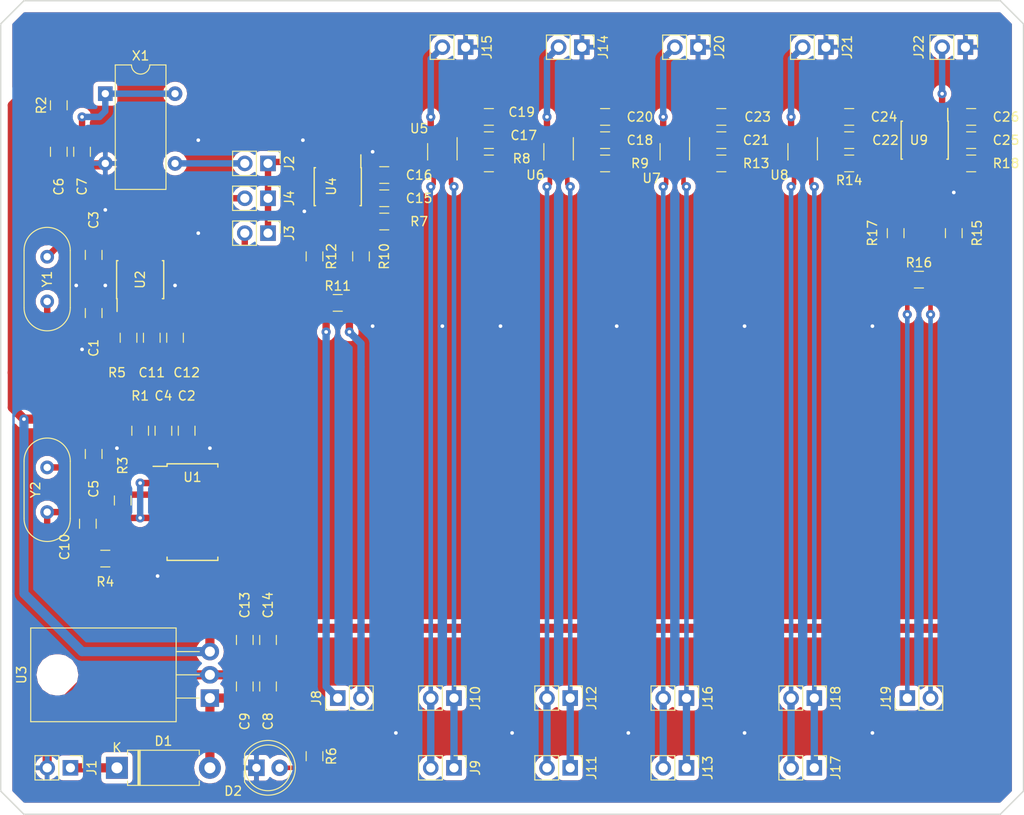
<source format=kicad_pcb>
(kicad_pcb (version 20171130) (host pcbnew "(5.0.0-rc2-dev-444-g2974a2c10)")
  (layers (0 F.Cu signal) (31 B.Cu signal) (34 B.Paste user) (35 F.Paste user) (36 B.SilkS user) (37 F.SilkS user) (38 B.Mask user) (39 F.Mask user) (44 Edge.Cuts user))
  (net 0 "")
  (net 1 "Net-(D1-Pad1)")
  (net 2 GND)
  (net 3 "Net-(D2-Pad2)")
  (net 4 "Net-(J2-Pad1)")
  (net 5 "Net-(J2-Pad2)")
  (net 6 "Net-(J3-Pad2)")
  (net 7 "Net-(J4-Pad2)")
  (net 8 +5V)
  (net 9 "Net-(U1-Pad11)")
  (net 10 "Net-(C3-Pad1)")
  (net 11 "Net-(R3-Pad1)")
  (net 12 "Net-(U4-Pad1)")
  (net 13 "Net-(U9-Pad4)")
  (net 14 "Net-(C1-Pad1)")
  (net 15 "Net-(C2-Pad1)")
  (net 16 "Net-(C6-Pad1)")
  (net 17 "Net-(U2-Pad4)")
  (net 18 "Net-(U2-Pad6)")
  (net 19 /RS422-B)
  (net 20 B1)
  (net 21 A1)
  (net 22 B2)
  (net 23 A2)
  (net 24 B3)
  (net 25 A3)
  (net 26 B4)
  (net 27 A4)
  (net 28 "Net-(J22-Pad2)")
  (net 29 "Net-(C5-Pad1)")
  (net 30 "Net-(C8-Pad1)")
  (net 31 "Net-(C10-Pad1)")
  (net 32 "Net-(C11-Pad1)")
  (net 33 "Net-(C15-Pad1)")
  (net 34 "Net-(C17-Pad1)")
  (net 35 "Net-(C18-Pad1)")
  (net 36 "Net-(C21-Pad1)")
  (net 37 "Net-(C22-Pad1)")
  (net 38 "Net-(C25-Pad1)")
  (net 39 "Net-(J8-Pad1)")
  (net 40 "Net-(J14-Pad2)")
  (net 41 "Net-(J15-Pad2)")
  (net 42 "Net-(J19-Pad1)")
  (net 43 "Net-(J19-Pad2)")
  (net 44 "Net-(J20-Pad2)")
  (net 45 "Net-(J21-Pad2)")
  (net 46 "Net-(U1-Pad12)")
  (net 47 "Net-(U1-Pad10)")
  (net 48 "Net-(U1-Pad6)")
  (module Package_SO:SOIC-16W_5.3x10.2mm_P1.27mm (layer F.Cu) (at 97.155 104.14)
    (fp_text reference U1 (at 0 -3.81) (layer F.SilkS))
    (fp_text value 4049)
    (pad 16 smd rect (at 3.55 -4.445) (size 1.5 0.6) (layers F.Cu F.Paste F.Mask))
    (pad 15 smd rect (at 3.55 -3.175) (size 1.5 0.6) (layers F.Cu F.Paste F.Mask) (net 6 "Net-(J3-Pad2)"))
    (pad 14 smd rect (at 3.55 -1.905) (size 1.5 0.6) (layers F.Cu F.Paste F.Mask) (net 9 "Net-(U1-Pad11)"))
    (pad 13 smd rect (at 3.55 -0.635) (size 1.5 0.6) (layers F.Cu F.Paste F.Mask))
    (pad 12 smd rect (at 3.55 0.635) (size 1.5 0.6) (layers F.Cu F.Paste F.Mask) (net 46 "Net-(U1-Pad12)"))
    (pad 11 smd rect (at 3.55 1.905) (size 1.5 0.6) (layers F.Cu F.Paste F.Mask) (net 9 "Net-(U1-Pad11)"))
    (pad 10 smd rect (at 3.55 3.175) (size 1.5 0.6) (layers F.Cu F.Paste F.Mask) (net 47 "Net-(U1-Pad10)"))
    (pad 9 smd rect (at 3.55 4.445) (size 1.5 0.6) (layers F.Cu F.Paste F.Mask) (net 9 "Net-(U1-Pad11)"))
    (pad 8 smd rect (at -3.55 4.445) (size 1.5 0.6) (layers F.Cu F.Paste F.Mask) (net 2 GND))
    (pad 7 smd rect (at -3.55 3.175) (size 1.5 0.6) (layers F.Cu F.Paste F.Mask) (net 9 "Net-(U1-Pad11)"))
    (pad 6 smd rect (at -3.55 1.905) (size 1.5 0.6) (layers F.Cu F.Paste F.Mask) (net 48 "Net-(U1-Pad6)"))
    (pad 5 smd rect (at -3.55 0.635) (size 1.5 0.6) (layers F.Cu F.Paste F.Mask) (net 11 "Net-(R3-Pad1)"))
    (pad 4 smd rect (at -3.55 -0.635) (size 1.5 0.6) (layers F.Cu F.Paste F.Mask) (net 9 "Net-(U1-Pad11)"))
    (pad 3 smd rect (at -3.55 -1.905) (size 1.5 0.6) (layers F.Cu F.Paste F.Mask) (net 29 "Net-(C5-Pad1)"))
    (pad 2 smd rect (at -3.55 -3.175) (size 1.5 0.6) (layers F.Cu F.Paste F.Mask) (net 11 "Net-(R3-Pad1)"))
    (pad 1 smd rect (at -3.55 -4.445) (size 1.5 0.6) (layers F.Cu F.Paste F.Mask) (net 15 "Net-(C2-Pad1)"))
  )
  (module LED_THT:LED_D5.0mm (layer F.Cu) (at 104.14 132.08)
    (fp_text reference D2 (at -2.54 2.54) (layer F.SilkS))
    (fp_text value LED)
    (pad 1 thru_hole rect (at 0 0) (size 1.8 1.8) (drill 0.9) (layers *.Cu *.Mask) (net 2 GND))
    (pad 2 thru_hole circle (at 2.54 0) (size 1.8 1.8) (drill 0.9) (layers *.Cu *.Mask) (net 3 "Net-(D2-Pad2)"))
  )
  (module Connector_PinHeader_2.54mm:PinHeader_1x02_P2.54mm_Vertical (layer F.Cu) (at 83.82 132.08 270)
    (fp_text reference J1 (at 0 -2.33 270) (layer F.SilkS))
    (fp_text value Conn_01x02_Male)
    (pad 2 thru_hole oval (at 0 2.54 270) (size 1.7 1.7) (drill 1) (layers *.Cu *.Mask) (net 2 GND))
    (pad 1 thru_hole rect (at 0 0 270) (size 1.7 1.7) (drill 1) (layers *.Cu *.Mask) (net 1 "Net-(D1-Pad1)"))
  )
  (module Connector_PinHeader_2.54mm:PinHeader_1x02_P2.54mm_Vertical (layer F.Cu) (at 105.41 66.04 270)
    (fp_text reference J2 (at 0 -2.33 270) (layer F.SilkS))
    (fp_text value Conn_01x02_Male)
    (pad 1 thru_hole rect (at 0 0 270) (size 1.7 1.7) (drill 1) (layers *.Cu *.Mask) (net 4 "Net-(J2-Pad1)"))
    (pad 2 thru_hole oval (at 0 2.54 270) (size 1.7 1.7) (drill 1) (layers *.Cu *.Mask) (net 5 "Net-(J2-Pad2)"))
  )
  (module Connector_PinHeader_2.54mm:PinHeader_1x02_P2.54mm_Vertical (layer F.Cu) (at 105.41 73.66 270)
    (fp_text reference J3 (at 0 -2.33 270) (layer F.SilkS))
    (fp_text value Conn_01x02_Male)
    (pad 2 thru_hole oval (at 0 2.54 270) (size 1.7 1.7) (drill 1) (layers *.Cu *.Mask) (net 6 "Net-(J3-Pad2)"))
    (pad 1 thru_hole rect (at 0 0 270) (size 1.7 1.7) (drill 1) (layers *.Cu *.Mask) (net 4 "Net-(J2-Pad1)"))
  )
  (module Connector_PinHeader_2.54mm:PinHeader_1x02_P2.54mm_Vertical (layer F.Cu) (at 105.41 69.85 270)
    (fp_text reference J4 (at 0 -2.33 270) (layer F.SilkS))
    (fp_text value Conn_01x02_Male)
    (pad 1 thru_hole rect (at 0 0 270) (size 1.7 1.7) (drill 1) (layers *.Cu *.Mask) (net 4 "Net-(J2-Pad1)"))
    (pad 2 thru_hole oval (at 0 2.54 270) (size 1.7 1.7) (drill 1) (layers *.Cu *.Mask) (net 7 "Net-(J4-Pad2)"))
  )
  (module Connector_PinHeader_2.54mm:PinHeader_1x02_P2.54mm_Vertical (layer F.Cu) (at 113.03 124.46 90)
    (fp_text reference J8 (at 0 -2.33 90) (layer F.SilkS))
    (fp_text value Conn_01x02_Male)
    (pad 2 thru_hole oval (at 0 2.54 90) (size 1.7 1.7) (drill 1) (layers *.Cu *.Mask) (net 19 /RS422-B))
    (pad 1 thru_hole rect (at 0 0 90) (size 1.7 1.7) (drill 1) (layers *.Cu *.Mask) (net 39 "Net-(J8-Pad1)"))
  )
  (module Connector_PinHeader_2.54mm:PinHeader_1x02_P2.54mm_Vertical (layer F.Cu) (at 125.73 132.08 270)
    (fp_text reference J9 (at 0 -2.33 270) (layer F.SilkS))
    (fp_text value Conn_01x02_Male)
    (pad 2 thru_hole oval (at 0 2.54 270) (size 1.7 1.7) (drill 1) (layers *.Cu *.Mask) (net 20 B1))
    (pad 1 thru_hole rect (at 0 0 270) (size 1.7 1.7) (drill 1) (layers *.Cu *.Mask) (net 21 A1))
  )
  (module Connector_PinHeader_2.54mm:PinHeader_1x02_P2.54mm_Vertical (layer F.Cu) (at 125.73 124.46 270)
    (fp_text reference J10 (at 0 -2.33 270) (layer F.SilkS))
    (fp_text value Conn_01x02_Male)
    (pad 1 thru_hole rect (at 0 0 270) (size 1.7 1.7) (drill 1) (layers *.Cu *.Mask) (net 21 A1))
    (pad 2 thru_hole oval (at 0 2.54 270) (size 1.7 1.7) (drill 1) (layers *.Cu *.Mask) (net 20 B1))
  )
  (module Connector_PinHeader_2.54mm:PinHeader_1x02_P2.54mm_Vertical (layer F.Cu) (at 138.43 132.08 270)
    (fp_text reference J11 (at 0 -2.33 270) (layer F.SilkS))
    (fp_text value Conn_01x02_Male)
    (pad 1 thru_hole rect (at 0 0 270) (size 1.7 1.7) (drill 1) (layers *.Cu *.Mask) (net 23 A2))
    (pad 2 thru_hole oval (at 0 2.54 270) (size 1.7 1.7) (drill 1) (layers *.Cu *.Mask) (net 22 B2))
  )
  (module Connector_PinHeader_2.54mm:PinHeader_1x02_P2.54mm_Vertical (layer F.Cu) (at 138.43 124.46 270)
    (fp_text reference J12 (at 0 -2.33 270) (layer F.SilkS))
    (fp_text value Conn_01x02_Male)
    (pad 2 thru_hole oval (at 0 2.54 270) (size 1.7 1.7) (drill 1) (layers *.Cu *.Mask) (net 22 B2))
    (pad 1 thru_hole rect (at 0 0 270) (size 1.7 1.7) (drill 1) (layers *.Cu *.Mask) (net 23 A2))
  )
  (module Package_SO:SOIC-8_3.9x4.9mm_P1.27mm (layer F.Cu) (at 113.03 68.58 270)
    (fp_text reference U4 (at -0.023733 0.706483 270) (layer F.SilkS))
    (fp_text value MAX14783E)
    (pad 8 smd rect (at 2.7 -1.905 270) (size 1.55 0.6) (layers F.Cu F.Paste F.Mask) (net 33 "Net-(C15-Pad1)"))
    (pad 7 smd rect (at 2.7 -0.635 270) (size 1.55 0.6) (layers F.Cu F.Paste F.Mask) (net 19 /RS422-B))
    (pad 6 smd rect (at 2.7 0.635 270) (size 1.55 0.6) (layers F.Cu F.Paste F.Mask) (net 39 "Net-(J8-Pad1)"))
    (pad 5 smd rect (at 2.7 1.905 270) (size 1.55 0.6) (layers F.Cu F.Paste F.Mask) (net 2 GND))
    (pad 4 smd rect (at -2.7 1.905 270) (size 1.55 0.6) (layers F.Cu F.Paste F.Mask) (net 4 "Net-(J2-Pad1)"))
    (pad 3 smd rect (at -2.7 0.635 270) (size 1.55 0.6) (layers F.Cu F.Paste F.Mask) (net 33 "Net-(C15-Pad1)"))
    (pad 2 smd rect (at -2.7 -0.635 270) (size 1.55 0.6) (layers F.Cu F.Paste F.Mask) (net 33 "Net-(C15-Pad1)"))
    (pad 1 smd rect (at -2.7 -1.905 270) (size 1.55 0.6) (layers F.Cu F.Paste F.Mask) (net 12 "Net-(U4-Pad1)"))
  )
  (module Package_TO_SOT_SMD:SOT-23-6 (layer F.Cu) (at 124.46 64.77 270)
    (fp_text reference U5 (at -2.54 2.54) (layer F.SilkS))
    (fp_text value MAX3284E)
    (pad 5 smd rect (at 1.1 0 270) (size 1.06 0.65) (layers F.Cu F.Paste F.Mask) (net 34 "Net-(C17-Pad1)"))
    (pad 6 smd rect (at 1.1 -0.95 270) (size 1.06 0.65) (layers F.Cu F.Paste F.Mask) (net 21 A1))
    (pad 4 smd rect (at 1.1 0.95 270) (size 1.06 0.65) (layers F.Cu F.Paste F.Mask) (net 20 B1))
    (pad 3 smd rect (at -1.1 0.95 270) (size 1.06 0.65) (layers F.Cu F.Paste F.Mask) (net 41 "Net-(J15-Pad2)"))
    (pad 2 smd rect (at -1.1 0 270) (size 1.06 0.65) (layers F.Cu F.Paste F.Mask) (net 2 GND))
    (pad 1 smd rect (at -1.1 -0.95 270) (size 1.06 0.65) (layers F.Cu F.Paste F.Mask) (net 34 "Net-(C17-Pad1)"))
  )
  (module Package_TO_SOT_SMD:SOT-23-6 (layer F.Cu) (at 137.16 64.77 270)
    (fp_text reference U6 (at 2.54 2.54) (layer F.SilkS))
    (fp_text value MAX3284E)
    (pad 1 smd rect (at -1.1 -0.95 270) (size 1.06 0.65) (layers F.Cu F.Paste F.Mask) (net 35 "Net-(C18-Pad1)"))
    (pad 2 smd rect (at -1.1 0 270) (size 1.06 0.65) (layers F.Cu F.Paste F.Mask) (net 2 GND))
    (pad 3 smd rect (at -1.1 0.95 270) (size 1.06 0.65) (layers F.Cu F.Paste F.Mask) (net 40 "Net-(J14-Pad2)"))
    (pad 4 smd rect (at 1.1 0.95 270) (size 1.06 0.65) (layers F.Cu F.Paste F.Mask) (net 22 B2))
    (pad 6 smd rect (at 1.1 -0.95 270) (size 1.06 0.65) (layers F.Cu F.Paste F.Mask) (net 23 A2))
    (pad 5 smd rect (at 1.1 0 270) (size 1.06 0.65) (layers F.Cu F.Paste F.Mask) (net 35 "Net-(C18-Pad1)"))
  )
  (module Package_TO_SOT_SMD:SOT-23-6 (layer F.Cu) (at 149.86 64.77 270)
    (fp_text reference U7 (at 2.889261 2.54) (layer F.SilkS))
    (fp_text value MAX3284E)
    (pad 1 smd rect (at -1.1 -0.95 270) (size 1.06 0.65) (layers F.Cu F.Paste F.Mask) (net 36 "Net-(C21-Pad1)"))
    (pad 2 smd rect (at -1.1 0 270) (size 1.06 0.65) (layers F.Cu F.Paste F.Mask) (net 2 GND))
    (pad 3 smd rect (at -1.1 0.95 270) (size 1.06 0.65) (layers F.Cu F.Paste F.Mask) (net 44 "Net-(J20-Pad2)"))
    (pad 4 smd rect (at 1.1 0.95 270) (size 1.06 0.65) (layers F.Cu F.Paste F.Mask) (net 24 B3))
    (pad 6 smd rect (at 1.1 -0.95 270) (size 1.06 0.65) (layers F.Cu F.Paste F.Mask) (net 25 A3))
    (pad 5 smd rect (at 1.1 0 270) (size 1.06 0.65) (layers F.Cu F.Paste F.Mask) (net 36 "Net-(C21-Pad1)"))
  )
  (module Package_TO_SOT_SMD:SOT-23-6 (layer F.Cu) (at 163.83 64.77 270)
    (fp_text reference U8 (at 2.54 2.54) (layer F.SilkS))
    (fp_text value MAX3284E)
    (pad 5 smd rect (at 1.1 0 270) (size 1.06 0.65) (layers F.Cu F.Paste F.Mask) (net 37 "Net-(C22-Pad1)"))
    (pad 6 smd rect (at 1.1 -0.95 270) (size 1.06 0.65) (layers F.Cu F.Paste F.Mask) (net 27 A4))
    (pad 4 smd rect (at 1.1 0.95 270) (size 1.06 0.65) (layers F.Cu F.Paste F.Mask) (net 26 B4))
    (pad 3 smd rect (at -1.1 0.95 270) (size 1.06 0.65) (layers F.Cu F.Paste F.Mask) (net 45 "Net-(J21-Pad2)"))
    (pad 2 smd rect (at -1.1 0 270) (size 1.06 0.65) (layers F.Cu F.Paste F.Mask) (net 2 GND))
    (pad 1 smd rect (at -1.1 -0.95 270) (size 1.06 0.65) (layers F.Cu F.Paste F.Mask) (net 37 "Net-(C22-Pad1)"))
  )
  (module Package_SO:SOIC-8_3.9x4.9mm_P1.27mm (layer F.Cu) (at 177.16 63.5 270)
    (fp_text reference U9 (at 0 0.63) (layer F.SilkS))
    (fp_text value MAX14783E)
    (pad 1 smd rect (at -2.7 -1.905 270) (size 1.55 0.6) (layers F.Cu F.Paste F.Mask) (net 28 "Net-(J22-Pad2)"))
    (pad 2 smd rect (at -2.7 -0.635 270) (size 1.55 0.6) (layers F.Cu F.Paste F.Mask) (net 2 GND))
    (pad 3 smd rect (at -2.7 0.635 270) (size 1.55 0.6) (layers F.Cu F.Paste F.Mask) (net 2 GND))
    (pad 4 smd rect (at -2.7 1.905 270) (size 1.55 0.6) (layers F.Cu F.Paste F.Mask) (net 13 "Net-(U9-Pad4)"))
    (pad 5 smd rect (at 2.7 1.905 270) (size 1.55 0.6) (layers F.Cu F.Paste F.Mask) (net 2 GND))
    (pad 6 smd rect (at 2.7 0.635 270) (size 1.55 0.6) (layers F.Cu F.Paste F.Mask) (net 42 "Net-(J19-Pad1)"))
    (pad 7 smd rect (at 2.7 -0.635 270) (size 1.55 0.6) (layers F.Cu F.Paste F.Mask) (net 43 "Net-(J19-Pad2)"))
    (pad 8 smd rect (at 2.7 -1.905 270) (size 1.55 0.6) (layers F.Cu F.Paste F.Mask) (net 38 "Net-(C25-Pad1)"))
  )
  (module Oscillator:Oscillator_SeikoEpson_SG-8002DC (layer F.Cu) (at 87.63 58.42)
    (fp_text reference X1 (at 3.86 -4.14) (layer F.SilkS))
    (fp_text value SG-531)
    (pad 1 thru_hole rect (at 0 0) (size 1.6 1.6) (drill 0.8) (layers *.Cu *.Mask) (net 16 "Net-(C6-Pad1)"))
    (pad 5 thru_hole oval (at 7.62 7.62) (size 1.6 1.6) (drill 0.8) (layers *.Cu *.Mask) (net 5 "Net-(J2-Pad2)"))
    (pad 4 thru_hole oval (at 0 7.62) (size 1.6 1.6) (drill 0.8) (layers *.Cu *.Mask) (net 2 GND))
    (pad 8 thru_hole oval (at 7.62 0) (size 1.6 1.6) (drill 0.8) (layers *.Cu *.Mask) (net 16 "Net-(C6-Pad1)"))
  )
  (module Crystal:Crystal_HC49-U_Vertical (layer F.Cu) (at 81.28 81.12 90)
    (fp_text reference Y1 (at 2.44 0 90) (layer F.SilkS))
    (fp_text value Crystal)
    (pad 1 thru_hole circle (at 0 0 90) (size 1.5 1.5) (drill 0.8) (layers *.Cu *.Mask) (net 14 "Net-(C1-Pad1)"))
    (pad 2 thru_hole circle (at 4.88 0 90) (size 1.5 1.5) (drill 0.8) (layers *.Cu *.Mask) (net 10 "Net-(C3-Pad1)"))
  )
  (module Crystal:Crystal_HC49-U_Vertical (layer F.Cu) (at 81.28 104.14 90)
    (fp_text reference Y2 (at 2.44 -1.27 90) (layer F.SilkS))
    (fp_text value Crystal)
    (pad 2 thru_hole circle (at 4.88 0 90) (size 1.5 1.5) (drill 0.8) (layers *.Cu *.Mask) (net 29 "Net-(C5-Pad1)"))
    (pad 1 thru_hole circle (at 0 0 90) (size 1.5 1.5) (drill 0.8) (layers *.Cu *.Mask) (net 31 "Net-(C10-Pad1)"))
  )
  (module Capacitor_SMD:C_1206_3216Metric (layer F.Cu) (at 86.36 82.39 90)
    (fp_text reference C1 (at -3.81 0 90) (layer F.SilkS))
    (fp_text value 12p)
    (pad 2 smd rect (at 1.43 0 90) (size 1.22 1.8) (layers F.Cu F.Paste F.Mask) (net 2 GND))
    (pad 1 smd rect (at -1.43 0 90) (size 1.22 1.8) (layers F.Cu F.Paste F.Mask) (net 14 "Net-(C1-Pad1)"))
  )
  (module Capacitor_SMD:C_1206_3216Metric (layer F.Cu) (at 96.52 95.25 270)
    (fp_text reference C2 (at -3.81 0) (layer F.SilkS))
    (fp_text value 22u)
    (pad 1 smd rect (at -1.43 0 270) (size 1.22 1.8) (layers F.Cu F.Paste F.Mask) (net 15 "Net-(C2-Pad1)"))
    (pad 2 smd rect (at 1.43 0 270) (size 1.22 1.8) (layers F.Cu F.Paste F.Mask) (net 2 GND))
  )
  (module Capacitor_SMD:C_1206_3216Metric (layer F.Cu) (at 86.36 76.04 270)
    (fp_text reference C3 (at -3.81 0 270) (layer F.SilkS))
    (fp_text value 12p)
    (pad 2 smd rect (at 1.43 0 270) (size 1.22 1.8) (layers F.Cu F.Paste F.Mask) (net 2 GND))
    (pad 1 smd rect (at -1.43 0 270) (size 1.22 1.8) (layers F.Cu F.Paste F.Mask) (net 10 "Net-(C3-Pad1)"))
  )
  (module Capacitor_SMD:C_1206_3216Metric (layer F.Cu) (at 93.98 95.25 270)
    (fp_text reference C4 (at -3.81 0 180) (layer F.SilkS))
    (fp_text value 0.1u)
    (pad 1 smd rect (at -1.43 0 270) (size 1.22 1.8) (layers F.Cu F.Paste F.Mask) (net 15 "Net-(C2-Pad1)"))
    (pad 2 smd rect (at 1.43 0 270) (size 1.22 1.8) (layers F.Cu F.Paste F.Mask) (net 2 GND))
  )
  (module Capacitor_SMD:C_1206_3216Metric (layer F.Cu) (at 86.36 97.79 90)
    (fp_text reference C5 (at -3.81 0 90) (layer F.SilkS))
    (fp_text value 10pF)
    (pad 2 smd rect (at 1.43 0 90) (size 1.22 1.8) (layers F.Cu F.Paste F.Mask) (net 2 GND))
    (pad 1 smd rect (at -1.43 0 90) (size 1.22 1.8) (layers F.Cu F.Paste F.Mask) (net 29 "Net-(C5-Pad1)"))
  )
  (module Capacitor_SMD:C_1206_3216Metric (layer F.Cu) (at 82.55 64.77 270)
    (fp_text reference C6 (at 3.81 0 270) (layer F.SilkS))
    (fp_text value 22u)
    (pad 1 smd rect (at -1.43 0 270) (size 1.22 1.8) (layers F.Cu F.Paste F.Mask) (net 16 "Net-(C6-Pad1)"))
    (pad 2 smd rect (at 1.43 0 270) (size 1.22 1.8) (layers F.Cu F.Paste F.Mask) (net 2 GND))
  )
  (module Capacitor_SMD:C_1206_3216Metric (layer F.Cu) (at 85.09 64.77 270)
    (fp_text reference C7 (at 3.81 0 270) (layer F.SilkS))
    (fp_text value 0.1u)
    (pad 1 smd rect (at -1.43 0 270) (size 1.22 1.8) (layers F.Cu F.Paste F.Mask) (net 16 "Net-(C6-Pad1)"))
    (pad 2 smd rect (at 1.43 0 270) (size 1.22 1.8) (layers F.Cu F.Paste F.Mask) (net 2 GND))
  )
  (module Capacitor_SMD:C_1206_3216Metric (layer F.Cu) (at 105.41 123.19 90)
    (fp_text reference C8 (at -3.81 0 90) (layer F.SilkS))
    (fp_text value C)
    (pad 1 smd rect (at -1.43 0 90) (size 1.22 1.8) (layers F.Cu F.Paste F.Mask) (net 30 "Net-(C8-Pad1)"))
    (pad 2 smd rect (at 1.43 0 90) (size 1.22 1.8) (layers F.Cu F.Paste F.Mask) (net 2 GND))
  )
  (module Capacitor_SMD:C_1206_3216Metric (layer F.Cu) (at 102.87 123.192863 90)
    (fp_text reference C9 (at -3.81 0 90) (layer F.SilkS))
    (fp_text value C)
    (pad 1 smd rect (at -1.43 0 90) (size 1.22 1.8) (layers F.Cu F.Paste F.Mask) (net 30 "Net-(C8-Pad1)"))
    (pad 2 smd rect (at 1.43 0 90) (size 1.22 1.8) (layers F.Cu F.Paste F.Mask) (net 2 GND))
  )
  (module Capacitor_SMD:C_1206_3216Metric (layer F.Cu) (at 85.725 105.41 270)
    (fp_text reference C10 (at 2.54 2.54 270) (layer F.SilkS))
    (fp_text value 10pF)
    (pad 2 smd rect (at 1.43 0 270) (size 1.22 1.8) (layers F.Cu F.Paste F.Mask) (net 2 GND))
    (pad 1 smd rect (at -1.43 0 270) (size 1.22 1.8) (layers F.Cu F.Paste F.Mask) (net 31 "Net-(C10-Pad1)"))
  )
  (module Capacitor_SMD:C_1206_3216Metric (layer F.Cu) (at 92.71 85.09 90)
    (fp_text reference C11 (at -3.81 0 180) (layer F.SilkS))
    (fp_text value C)
    (pad 2 smd rect (at 1.43 0 90) (size 1.22 1.8) (layers F.Cu F.Paste F.Mask) (net 2 GND))
    (pad 1 smd rect (at -1.43 0 90) (size 1.22 1.8) (layers F.Cu F.Paste F.Mask) (net 32 "Net-(C11-Pad1)"))
  )
  (module Capacitor_SMD:C_1206_3216Metric (layer F.Cu) (at 95.25 85.09 90)
    (fp_text reference C12 (at -3.81 1.27 180) (layer F.SilkS))
    (fp_text value C)
    (pad 2 smd rect (at 1.43 0 90) (size 1.22 1.8) (layers F.Cu F.Paste F.Mask) (net 2 GND))
    (pad 1 smd rect (at -1.43 0 90) (size 1.22 1.8) (layers F.Cu F.Paste F.Mask) (net 32 "Net-(C11-Pad1)"))
  )
  (module Capacitor_SMD:C_1206_3216Metric (layer F.Cu) (at 102.87 118.11 270)
    (fp_text reference C13 (at -3.81 0 270) (layer F.SilkS))
    (fp_text value C)
    (pad 1 smd rect (at -1.43 0 270) (size 1.22 1.8) (layers F.Cu F.Paste F.Mask) (net 8 +5V))
    (pad 2 smd rect (at 1.43 0 270) (size 1.22 1.8) (layers F.Cu F.Paste F.Mask) (net 2 GND))
  )
  (module Capacitor_SMD:C_1206_3216Metric (layer F.Cu) (at 105.41 118.11 270)
    (fp_text reference C14 (at -3.81 0 270) (layer F.SilkS))
    (fp_text value C)
    (pad 2 smd rect (at 1.43 0 270) (size 1.22 1.8) (layers F.Cu F.Paste F.Mask) (net 2 GND))
    (pad 1 smd rect (at -1.43 0 270) (size 1.22 1.8) (layers F.Cu F.Paste F.Mask) (net 8 +5V))
  )
  (module Capacitor_SMD:C_1206_3216Metric (layer F.Cu) (at 118.11 69.85 180)
    (fp_text reference C15 (at -3.81 0 180) (layer F.SilkS))
    (fp_text value 22u)
    (pad 1 smd rect (at -1.43 0 180) (size 1.22 1.8) (layers F.Cu F.Paste F.Mask) (net 33 "Net-(C15-Pad1)"))
    (pad 2 smd rect (at 1.43 0 180) (size 1.22 1.8) (layers F.Cu F.Paste F.Mask) (net 2 GND))
  )
  (module Capacitor_SMD:C_1206_3216Metric (layer F.Cu) (at 118.11 67.31 180)
    (fp_text reference C16 (at -3.81 0 180) (layer F.SilkS))
    (fp_text value 0.1u)
    (pad 2 smd rect (at 1.43 0 180) (size 1.22 1.8) (layers F.Cu F.Paste F.Mask) (net 2 GND))
    (pad 1 smd rect (at -1.43 0 180) (size 1.22 1.8) (layers F.Cu F.Paste F.Mask) (net 33 "Net-(C15-Pad1)"))
  )
  (module Capacitor_SMD:C_1206_3216Metric (layer F.Cu) (at 129.54 63.5 180)
    (fp_text reference C17 (at -3.81 0.525822) (layer F.SilkS))
    (fp_text value 22u)
    (pad 1 smd rect (at -1.43 0 180) (size 1.22 1.8) (layers F.Cu F.Paste F.Mask) (net 34 "Net-(C17-Pad1)"))
    (pad 2 smd rect (at 1.43 0 180) (size 1.22 1.8) (layers F.Cu F.Paste F.Mask) (net 2 GND))
  )
  (module Resistor_SMD:R_1206_3216Metric (layer F.Cu) (at 91.44 95.25 270)
    (fp_text reference R1 (at -3.81 0) (layer F.SilkS))
    (fp_text value 10E)
    (pad 2 smd rect (at 1.43 0 270) (size 1.22 1.8) (layers F.Cu F.Paste F.Mask) (net 15 "Net-(C2-Pad1)"))
    (pad 1 smd rect (at -1.43 0 270) (size 1.22 1.8) (layers F.Cu F.Paste F.Mask) (net 8 +5V))
  )
  (module Resistor_SMD:R_1206_3216Metric (layer F.Cu) (at 82.55 59.69 270)
    (fp_text reference R2 (at 0 1.905 270) (layer F.SilkS))
    (fp_text value 10E)
    (pad 1 smd rect (at -1.43 0 270) (size 1.22 1.8) (layers F.Cu F.Paste F.Mask) (net 8 +5V))
    (pad 2 smd rect (at 1.43 0 270) (size 1.22 1.8) (layers F.Cu F.Paste F.Mask) (net 16 "Net-(C6-Pad1)"))
  )
  (module Resistor_SMD:R_1206_3216Metric (layer F.Cu) (at 89.535 102.87 90)
    (fp_text reference R3 (at 3.81 0 90) (layer F.SilkS))
    (fp_text value 1M)
    (pad 2 smd rect (at 1.43 0 90) (size 1.22 1.8) (layers F.Cu F.Paste F.Mask) (net 29 "Net-(C5-Pad1)"))
    (pad 1 smd rect (at -1.43 0 90) (size 1.22 1.8) (layers F.Cu F.Paste F.Mask) (net 11 "Net-(R3-Pad1)"))
  )
  (module Resistor_SMD:R_1206_3216Metric (layer F.Cu) (at 87.63 109.22)
    (fp_text reference R4 (at 0 2.54) (layer F.SilkS))
    (fp_text value 270)
    (pad 1 smd rect (at -1.43 0) (size 1.22 1.8) (layers F.Cu F.Paste F.Mask) (net 31 "Net-(C10-Pad1)"))
    (pad 2 smd rect (at 1.43 0) (size 1.22 1.8) (layers F.Cu F.Paste F.Mask) (net 11 "Net-(R3-Pad1)"))
  )
  (module Resistor_SMD:R_1206_3216Metric (layer F.Cu) (at 90.17 85.09 270)
    (fp_text reference R5 (at 3.81 1.27) (layer F.SilkS))
    (fp_text value 10E)
    (pad 2 smd rect (at 1.43 0 270) (size 1.22 1.8) (layers F.Cu F.Paste F.Mask) (net 8 +5V))
    (pad 1 smd rect (at -1.43 0 270) (size 1.22 1.8) (layers F.Cu F.Paste F.Mask) (net 32 "Net-(C11-Pad1)"))
  )
  (module Resistor_SMD:R_1206_3216Metric (layer F.Cu) (at 110.49 130.81 270)
    (fp_text reference R6 (at 0 -1.85 270) (layer F.SilkS))
    (fp_text value 300)
    (pad 2 smd rect (at 1.43 0 270) (size 1.22 1.8) (layers F.Cu F.Paste F.Mask) (net 3 "Net-(D2-Pad2)"))
    (pad 1 smd rect (at -1.43 0 270) (size 1.22 1.8) (layers F.Cu F.Paste F.Mask) (net 8 +5V))
  )
  (module Resistor_SMD:R_1206_3216Metric (layer F.Cu) (at 118.11 72.39)
    (fp_text reference R7 (at 3.81 0) (layer F.SilkS))
    (fp_text value 10E)
    (pad 1 smd rect (at -1.43 0) (size 1.22 1.8) (layers F.Cu F.Paste F.Mask) (net 33 "Net-(C15-Pad1)"))
    (pad 2 smd rect (at 1.43 0) (size 1.22 1.8) (layers F.Cu F.Paste F.Mask) (net 8 +5V))
  )
  (module Resistor_SMD:R_1206_3216Metric (layer F.Cu) (at 129.54 66.04 180)
    (fp_text reference R8 (at -3.585692 0.525822 180) (layer F.SilkS))
    (fp_text value 10E)
    (pad 1 smd rect (at -1.43 0 180) (size 1.22 1.8) (layers F.Cu F.Paste F.Mask) (net 8 +5V))
    (pad 2 smd rect (at 1.43 0 180) (size 1.22 1.8) (layers F.Cu F.Paste F.Mask) (net 34 "Net-(C17-Pad1)"))
  )
  (module Resistor_SMD:R_1206_3216Metric (layer F.Cu) (at 142.24 66.04 180)
    (fp_text reference R9 (at -3.81 0 180) (layer F.SilkS))
    (fp_text value 10E)
    (pad 2 smd rect (at 1.43 0 180) (size 1.22 1.8) (layers F.Cu F.Paste F.Mask) (net 35 "Net-(C18-Pad1)"))
    (pad 1 smd rect (at -1.43 0 180) (size 1.22 1.8) (layers F.Cu F.Paste F.Mask) (net 8 +5V))
  )
  (module Resistor_SMD:R_1206_3216Metric (layer F.Cu) (at 115.57 76.2 90)
    (fp_text reference R10 (at 0 2.54 90) (layer F.SilkS))
    (fp_text value 1K)
    (pad 1 smd rect (at -1.43 0 90) (size 1.22 1.8) (layers F.Cu F.Paste F.Mask) (net 19 /RS422-B))
    (pad 2 smd rect (at 1.43 0 90) (size 1.22 1.8) (layers F.Cu F.Paste F.Mask) (net 8 +5V))
  )
  (module Resistor_SMD:R_1206_3216Metric (layer F.Cu) (at 113.03 81.28)
    (fp_text reference R11 (at 0 -1.85) (layer F.SilkS))
    (fp_text value 120E)
    (pad 1 smd rect (at -1.43 0) (size 1.22 1.8) (layers F.Cu F.Paste F.Mask) (net 39 "Net-(J8-Pad1)"))
    (pad 2 smd rect (at 1.43 0) (size 1.22 1.8) (layers F.Cu F.Paste F.Mask) (net 19 /RS422-B))
  )
  (module Package_SO:SOIC-8_3.9x4.9mm_P1.27mm (layer F.Cu) (at 91.44 78.74 90)
    (fp_text reference U2 (at 0 0 90) (layer F.SilkS))
    (fp_text value NB3N511)
    (pad 1 smd rect (at -2.7 -1.905 90) (size 1.55 0.6) (layers F.Cu F.Paste F.Mask) (net 14 "Net-(C1-Pad1)"))
    (pad 2 smd rect (at -2.7 -0.635 90) (size 1.55 0.6) (layers F.Cu F.Paste F.Mask) (net 32 "Net-(C11-Pad1)"))
    (pad 3 smd rect (at -2.7 0.635 90) (size 1.55 0.6) (layers F.Cu F.Paste F.Mask) (net 2 GND))
    (pad 4 smd rect (at -2.7 1.905 90) (size 1.55 0.6) (layers F.Cu F.Paste F.Mask) (net 17 "Net-(U2-Pad4)"))
    (pad 5 smd rect (at 2.7 1.905 90) (size 1.55 0.6) (layers F.Cu F.Paste F.Mask) (net 7 "Net-(J4-Pad2)"))
    (pad 6 smd rect (at 2.7 0.635 90) (size 1.55 0.6) (layers F.Cu F.Paste F.Mask) (net 18 "Net-(U2-Pad6)"))
    (pad 7 smd rect (at 2.7 -0.635 90) (size 1.55 0.6) (layers F.Cu F.Paste F.Mask) (net 32 "Net-(C11-Pad1)"))
    (pad 8 smd rect (at 2.7 -1.905 90) (size 1.55 0.6) (layers F.Cu F.Paste F.Mask) (net 10 "Net-(C3-Pad1)"))
  )
  (module Package_TO_SOT_THT:TO-220-3_Horizontal_TabDown (layer F.Cu) (at 99.06 124.46 90)
    (fp_text reference U3 (at 2.54 -20.58 90) (layer F.SilkS))
    (fp_text value LM7805_TO220)
    (pad "" np_thru_hole oval (at 2.54 -16.66 90) (size 3.5 3.5) (drill 3.5) (layers *.Cu *.Mask))
    (pad 1 thru_hole rect (at 0 0 90) (size 1.905 2) (drill 1.1) (layers *.Cu *.Mask) (net 30 "Net-(C8-Pad1)"))
    (pad 2 thru_hole oval (at 2.54 0 90) (size 1.905 2) (drill 1.1) (layers *.Cu *.Mask) (net 2 GND))
    (pad 3 thru_hole oval (at 5.08 0 90) (size 1.905 2) (drill 1.1) (layers *.Cu *.Mask) (net 8 +5V))
  )
  (module Diode_THT:D_DO-15_P10.16mm_Horizontal (layer F.Cu) (at 88.9 132.08)
    (fp_text reference D1 (at 5.08 -2.92) (layer F.SilkS))
    (fp_text value DIODE)
    (fp_text user K (at 0 -2.2) (layer F.SilkS))
    (pad 1 thru_hole rect (at 0 0) (size 2.4 2.4) (drill 1.2) (layers *.Cu *.Mask) (net 1 "Net-(D1-Pad1)"))
    (pad 2 thru_hole oval (at 10.16 0) (size 2.4 2.4) (drill 1.2) (layers *.Cu *.Mask) (net 30 "Net-(C8-Pad1)"))
  )
  (module Connector_PinHeader_2.54mm:PinHeader_1x02_P2.54mm_Vertical (layer F.Cu) (at 151.13 132.08 270)
    (fp_text reference J13 (at 0 -2.33 270) (layer F.SilkS))
    (fp_text value Conn_01x02_Male)
    (pad 2 thru_hole oval (at 0 2.54 270) (size 1.7 1.7) (drill 1) (layers *.Cu *.Mask) (net 24 B3))
    (pad 1 thru_hole rect (at 0 0 270) (size 1.7 1.7) (drill 1) (layers *.Cu *.Mask) (net 25 A3))
  )
  (module Connector_PinHeader_2.54mm:PinHeader_1x02_P2.54mm_Vertical (layer F.Cu) (at 139.7 53.34 270)
    (fp_text reference J14 (at 0 -2.33 270) (layer F.SilkS))
    (fp_text value Conn_01x02_Male)
    (pad 2 thru_hole oval (at 0 2.54 270) (size 1.7 1.7) (drill 1) (layers *.Cu *.Mask) (net 40 "Net-(J14-Pad2)"))
    (pad 1 thru_hole rect (at 0 0 270) (size 1.7 1.7) (drill 1) (layers *.Cu *.Mask) (net 2 GND))
  )
  (module Connector_PinHeader_2.54mm:PinHeader_1x02_P2.54mm_Vertical (layer F.Cu) (at 127 53.34 270)
    (fp_text reference J15 (at 0 -2.33 270) (layer F.SilkS))
    (fp_text value Conn_01x02_Male)
    (pad 1 thru_hole rect (at 0 0 270) (size 1.7 1.7) (drill 1) (layers *.Cu *.Mask) (net 2 GND))
    (pad 2 thru_hole oval (at 0 2.54 270) (size 1.7 1.7) (drill 1) (layers *.Cu *.Mask) (net 41 "Net-(J15-Pad2)"))
  )
  (module Connector_PinHeader_2.54mm:PinHeader_1x02_P2.54mm_Vertical (layer F.Cu) (at 151.13 124.46 270)
    (fp_text reference J16 (at 0 -2.33 270) (layer F.SilkS))
    (fp_text value Conn_01x02_Male)
    (pad 2 thru_hole oval (at 0 2.54 270) (size 1.7 1.7) (drill 1) (layers *.Cu *.Mask) (net 24 B3))
    (pad 1 thru_hole rect (at 0 0 270) (size 1.7 1.7) (drill 1) (layers *.Cu *.Mask) (net 25 A3))
  )
  (module Connector_PinHeader_2.54mm:PinHeader_1x02_P2.54mm_Vertical (layer F.Cu) (at 165.1 132.08 270)
    (fp_text reference J17 (at 0 -2.33 270) (layer F.SilkS))
    (fp_text value Conn_01x02_Male)
    (pad 1 thru_hole rect (at 0 0 270) (size 1.7 1.7) (drill 1) (layers *.Cu *.Mask) (net 27 A4))
    (pad 2 thru_hole oval (at 0 2.54 270) (size 1.7 1.7) (drill 1) (layers *.Cu *.Mask) (net 26 B4))
  )
  (module Connector_PinHeader_2.54mm:PinHeader_1x02_P2.54mm_Vertical (layer F.Cu) (at 165.1 124.46 270)
    (fp_text reference J18 (at 0 -2.33 270) (layer F.SilkS))
    (fp_text value Conn_01x02_Male)
    (pad 2 thru_hole oval (at 0 2.54 270) (size 1.7 1.7) (drill 1) (layers *.Cu *.Mask) (net 26 B4))
    (pad 1 thru_hole rect (at 0 0 270) (size 1.7 1.7) (drill 1) (layers *.Cu *.Mask) (net 27 A4))
  )
  (module Connector_PinHeader_2.54mm:PinHeader_1x02_P2.54mm_Vertical (layer F.Cu) (at 175.26 124.46 90)
    (fp_text reference J19 (at 0 -2.33 90) (layer F.SilkS))
    (fp_text value Conn_01x02_Male)
    (pad 1 thru_hole rect (at 0 0 90) (size 1.7 1.7) (drill 1) (layers *.Cu *.Mask) (net 42 "Net-(J19-Pad1)"))
    (pad 2 thru_hole oval (at 0 2.54 90) (size 1.7 1.7) (drill 1) (layers *.Cu *.Mask) (net 43 "Net-(J19-Pad2)"))
  )
  (module Connector_PinHeader_2.54mm:PinHeader_1x02_P2.54mm_Vertical (layer F.Cu) (at 152.4 53.34 270)
    (fp_text reference J20 (at 0 -2.33 270) (layer F.SilkS))
    (fp_text value Conn_01x02_Male)
    (pad 2 thru_hole oval (at 0 2.54 270) (size 1.7 1.7) (drill 1) (layers *.Cu *.Mask) (net 44 "Net-(J20-Pad2)"))
    (pad 1 thru_hole rect (at 0 0 270) (size 1.7 1.7) (drill 1) (layers *.Cu *.Mask) (net 2 GND))
  )
  (module Connector_PinHeader_2.54mm:PinHeader_1x02_P2.54mm_Vertical (layer F.Cu) (at 166.37 53.34 270)
    (fp_text reference J21 (at 0 -2.33 270) (layer F.SilkS))
    (fp_text value Conn_01x02_Male)
    (pad 1 thru_hole rect (at 0 0 270) (size 1.7 1.7) (drill 1) (layers *.Cu *.Mask) (net 2 GND))
    (pad 2 thru_hole oval (at 0 2.54 270) (size 1.7 1.7) (drill 1) (layers *.Cu *.Mask) (net 45 "Net-(J21-Pad2)"))
  )
  (module Connector_PinHeader_2.54mm:PinHeader_1x02_P2.54mm_Vertical (layer F.Cu) (at 181.61 53.34 270)
    (fp_text reference J22 (at 0 5.08 270) (layer F.SilkS))
    (fp_text value Conn_01x02_Male)
    (pad 1 thru_hole rect (at 0 0 270) (size 1.7 1.7) (drill 1) (layers *.Cu *.Mask) (net 2 GND))
    (pad 2 thru_hole oval (at 0 2.54 270) (size 1.7 1.7) (drill 1) (layers *.Cu *.Mask) (net 28 "Net-(J22-Pad2)"))
  )
  (module Capacitor_SMD:C_1206_3216Metric (layer F.Cu) (at 142.24 63.5 180)
    (fp_text reference C18 (at -3.81 0 180) (layer F.SilkS))
    (fp_text value 22u)
    (pad 1 smd rect (at -1.43 0 180) (size 1.22 1.8) (layers F.Cu F.Paste F.Mask) (net 35 "Net-(C18-Pad1)"))
    (pad 2 smd rect (at 1.43 0 180) (size 1.22 1.8) (layers F.Cu F.Paste F.Mask) (net 2 GND))
  )
  (module Capacitor_SMD:C_1206_3216Metric (layer F.Cu) (at 129.54 60.96 180)
    (fp_text reference C19 (at -3.585692 0.525822 180) (layer F.SilkS))
    (fp_text value 0.1u)
    (pad 1 smd rect (at -1.43 0 180) (size 1.22 1.8) (layers F.Cu F.Paste F.Mask) (net 34 "Net-(C17-Pad1)"))
    (pad 2 smd rect (at 1.43 0 180) (size 1.22 1.8) (layers F.Cu F.Paste F.Mask) (net 2 GND))
  )
  (module Capacitor_SMD:C_1206_3216Metric (layer F.Cu) (at 142.24 60.96 180)
    (fp_text reference C20 (at -3.81 0 180) (layer F.SilkS))
    (fp_text value 0.1u)
    (pad 1 smd rect (at -1.43 0 180) (size 1.22 1.8) (layers F.Cu F.Paste F.Mask) (net 35 "Net-(C18-Pad1)"))
    (pad 2 smd rect (at 1.43 0 180) (size 1.22 1.8) (layers F.Cu F.Paste F.Mask) (net 2 GND))
  )
  (module Capacitor_SMD:C_1206_3216Metric (layer F.Cu) (at 154.94 63.5 180)
    (fp_text reference C21 (at -3.81 0 180) (layer F.SilkS))
    (fp_text value 22u)
    (pad 2 smd rect (at 1.43 0 180) (size 1.22 1.8) (layers F.Cu F.Paste F.Mask) (net 2 GND))
    (pad 1 smd rect (at -1.43 0 180) (size 1.22 1.8) (layers F.Cu F.Paste F.Mask) (net 36 "Net-(C21-Pad1)"))
  )
  (module Capacitor_SMD:C_1206_3216Metric (layer F.Cu) (at 168.91 63.5 180)
    (fp_text reference C22 (at -3.97 0 180) (layer F.SilkS))
    (fp_text value 22u)
    (pad 2 smd rect (at 1.43 0 180) (size 1.22 1.8) (layers F.Cu F.Paste F.Mask) (net 2 GND))
    (pad 1 smd rect (at -1.43 0 180) (size 1.22 1.8) (layers F.Cu F.Paste F.Mask) (net 37 "Net-(C22-Pad1)"))
  )
  (module Capacitor_SMD:C_1206_3216Metric (layer F.Cu) (at 154.94 60.96 180)
    (fp_text reference C23 (at -3.97 0 180) (layer F.SilkS))
    (fp_text value 0.1u)
    (pad 2 smd rect (at 1.43 0 180) (size 1.22 1.8) (layers F.Cu F.Paste F.Mask) (net 2 GND))
    (pad 1 smd rect (at -1.43 0 180) (size 1.22 1.8) (layers F.Cu F.Paste F.Mask) (net 36 "Net-(C21-Pad1)"))
  )
  (module Capacitor_SMD:C_1206_3216Metric (layer F.Cu) (at 168.91 60.96 180)
    (fp_text reference C24 (at -3.81 0 180) (layer F.SilkS))
    (fp_text value 0.1u)
    (pad 1 smd rect (at -1.43 0 180) (size 1.22 1.8) (layers F.Cu F.Paste F.Mask) (net 37 "Net-(C22-Pad1)"))
    (pad 2 smd rect (at 1.43 0 180) (size 1.22 1.8) (layers F.Cu F.Paste F.Mask) (net 2 GND))
  )
  (module Capacitor_SMD:C_1206_3216Metric (layer F.Cu) (at 182.24 63.5 180)
    (fp_text reference C25 (at -3.81 0 180) (layer F.SilkS))
    (fp_text value 22u)
    (pad 1 smd rect (at -1.43 0 180) (size 1.22 1.8) (layers F.Cu F.Paste F.Mask) (net 38 "Net-(C25-Pad1)"))
    (pad 2 smd rect (at 1.43 0 180) (size 1.22 1.8) (layers F.Cu F.Paste F.Mask) (net 2 GND))
  )
  (module Capacitor_SMD:C_1206_3216Metric (layer F.Cu) (at 182.24 60.96 180)
    (fp_text reference C26 (at -3.81 0 180) (layer F.SilkS))
    (fp_text value 0.1u)
    (pad 2 smd rect (at 1.43 0 180) (size 1.22 1.8) (layers F.Cu F.Paste F.Mask) (net 2 GND))
    (pad 1 smd rect (at -1.43 0 180) (size 1.22 1.8) (layers F.Cu F.Paste F.Mask) (net 38 "Net-(C25-Pad1)"))
  )
  (module Resistor_SMD:R_1206_3216Metric (layer F.Cu) (at 110.49 76.2 270)
    (fp_text reference R12 (at 0 -1.85 270) (layer F.SilkS))
    (fp_text value 1K)
    (pad 1 smd rect (at -1.43 0 270) (size 1.22 1.8) (layers F.Cu F.Paste F.Mask) (net 2 GND))
    (pad 2 smd rect (at 1.43 0 270) (size 1.22 1.8) (layers F.Cu F.Paste F.Mask) (net 39 "Net-(J8-Pad1)"))
  )
  (module Resistor_SMD:R_1206_3216Metric (layer F.Cu) (at 154.94 66.04 180)
    (fp_text reference R13 (at -3.81 0 180) (layer F.SilkS))
    (fp_text value 10E)
    (pad 1 smd rect (at -1.43 0 180) (size 1.22 1.8) (layers F.Cu F.Paste F.Mask) (net 8 +5V))
    (pad 2 smd rect (at 1.43 0 180) (size 1.22 1.8) (layers F.Cu F.Paste F.Mask) (net 36 "Net-(C21-Pad1)"))
  )
  (module Resistor_SMD:R_1206_3216Metric (layer F.Cu) (at 168.91 66.04 180)
    (fp_text reference R14 (at 0 -1.85 180) (layer F.SilkS))
    (fp_text value 10E)
    (pad 2 smd rect (at 1.43 0 180) (size 1.22 1.8) (layers F.Cu F.Paste F.Mask) (net 37 "Net-(C22-Pad1)"))
    (pad 1 smd rect (at -1.43 0 180) (size 1.22 1.8) (layers F.Cu F.Paste F.Mask) (net 8 +5V))
  )
  (module Resistor_SMD:R_1206_3216Metric (layer F.Cu) (at 180.34 73.66 90)
    (fp_text reference R15 (at 0 2.54 90) (layer F.SilkS))
    (fp_text value 1K)
    (pad 1 smd rect (at -1.43 0 90) (size 1.22 1.8) (layers F.Cu F.Paste F.Mask) (net 43 "Net-(J19-Pad2)"))
    (pad 2 smd rect (at 1.43 0 90) (size 1.22 1.8) (layers F.Cu F.Paste F.Mask) (net 8 +5V))
  )
  (module Resistor_SMD:R_1206_3216Metric (layer F.Cu) (at 176.53 78.74)
    (fp_text reference R16 (at 0 -1.85) (layer F.SilkS))
    (fp_text value 120E)
    (pad 2 smd rect (at 1.43 0) (size 1.22 1.8) (layers F.Cu F.Paste F.Mask) (net 43 "Net-(J19-Pad2)"))
    (pad 1 smd rect (at -1.43 0) (size 1.22 1.8) (layers F.Cu F.Paste F.Mask) (net 42 "Net-(J19-Pad1)"))
  )
  (module Resistor_SMD:R_1206_3216Metric (layer F.Cu) (at 173.99 73.66 270)
    (fp_text reference R17 (at 0 2.54 270) (layer F.SilkS))
    (fp_text value 1K)
    (pad 2 smd rect (at 1.43 0 270) (size 1.22 1.8) (layers F.Cu F.Paste F.Mask) (net 42 "Net-(J19-Pad1)"))
    (pad 1 smd rect (at -1.43 0 270) (size 1.22 1.8) (layers F.Cu F.Paste F.Mask) (net 2 GND))
  )
  (module Resistor_SMD:R_1206_3216Metric (layer F.Cu) (at 182.24 66.04)
    (fp_text reference R18 (at 3.81 0) (layer F.SilkS))
    (fp_text value 10E)
    (pad 1 smd rect (at -1.43 0) (size 1.22 1.8) (layers F.Cu F.Paste F.Mask) (net 38 "Net-(C25-Pad1)"))
    (pad 2 smd rect (at 1.43 0) (size 1.22 1.8) (layers F.Cu F.Paste F.Mask) (net 8 +5V))
  )
  (gr_line (start 185.42 48.26) (end 187.96 50.8) (layer Edge.Cuts) (width 0.15))
  (gr_line (start 185.42 137.16) (end 187.96 134.62) (layer Edge.Cuts) (width 0.15))
  (gr_line (start 76.2 134.62) (end 78.74 137.16) (layer Edge.Cuts) (width 0.15))
  (gr_line (start 78.74 48.26) (end 76.2 50.8) (layer Edge.Cuts) (width 0.15))
  (gr_line (start 78.74 48.26) (end 185.42 48.26) (layer Edge.Cuts) (width 0.15))
  (gr_line (start 76.2 134.62) (end 76.2 50.8) (layer Edge.Cuts) (width 0.15))
  (gr_line (start 185.42 137.16) (end 78.74 137.16) (layer Edge.Cuts) (width 0.15))
  (gr_line (start 187.96 50.8) (end 187.96 134.62) (layer Edge.Cuts) (width 0.15))
  (segment (start 83.82 132.08) (end 88.9 132.08) (width 1) (layer F.Cu) (net 1))
  (segment (start 97.06 121.92) (end 99.06 121.92) (width 1) (layer F.Cu) (net 2))
  (segment (start 86.026002 121.92) (end 97.06 121.92) (width 1) (layer F.Cu) (net 2))
  (segment (start 81.28 126.666002) (end 86.026002 121.92) (width 1) (layer F.Cu) (net 2))
  (segment (start 81.28 132.08) (end 81.28 126.666002) (width 1) (layer F.Cu) (net 2))
  (segment (start 102.712863 121.92) (end 102.87 121.762863) (width 1) (layer F.Cu) (net 2))
  (segment (start 99.06 121.92) (end 102.712863 121.92) (width 1) (layer F.Cu) (net 2))
  (segment (start 102.872863 121.76) (end 102.87 121.762863) (width 1) (layer F.Cu) (net 2))
  (segment (start 105.41 121.76) (end 102.872863 121.76) (width 1) (layer F.Cu) (net 2))
  (segment (start 102.87 119.54) (end 102.87 121.762863) (width 1) (layer F.Cu) (net 2))
  (segment (start 105.41 119.54) (end 105.41 121.76) (width 1) (layer F.Cu) (net 2))
  (segment (start 81.28 134.62) (end 81.28 132.08) (width 0.5) (layer F.Cu) (net 2))
  (segment (start 103 134.62) (end 81.28 134.62) (width 0.5) (layer F.Cu) (net 2))
  (segment (start 104.14 132.08) (end 104.14 133.48) (width 0.5) (layer F.Cu) (net 2))
  (segment (start 104.14 133.48) (end 103 134.62) (width 0.5) (layer F.Cu) (net 2))
  (segment (start 82.55 66.2) (end 85.09 66.2) (width 1) (layer F.Cu) (net 2))
  (segment (start 87.47 66.2) (end 87.63 66.04) (width 1) (layer F.Cu) (net 2))
  (segment (start 85.09 66.2) (end 87.47 66.2) (width 1) (layer F.Cu) (net 2))
  (segment (start 86.36 77.47) (end 86.36 78.58) (width 0.7) (layer F.Cu) (net 2))
  (segment (start 92.075 83.025) (end 92.71 83.66) (width 0.7) (layer F.Cu) (net 2))
  (segment (start 92.075 81.44) (end 92.075 83.025) (width 0.7) (layer F.Cu) (net 2))
  (segment (start 92.71 83.66) (end 95.25 83.66) (width 0.7) (layer F.Cu) (net 2))
  (segment (start 86.36 79.375) (end 86.36 80.96) (width 0.7) (layer F.Cu) (net 2))
  (segment (start 86.36 78.58) (end 86.36 79.375) (width 0.7) (layer F.Cu) (net 2))
  (via (at 95.25 79.375) (size 1) (drill 0.4) (layers F.Cu B.Cu) (net 2))
  (segment (start 92.075 79.375) (end 92.075 81.44) (width 0.7) (layer F.Cu) (net 2))
  (via (at 84.455 79.375) (size 1) (drill 0.4) (layers F.Cu B.Cu) (net 2))
  (segment (start 84.455 79.375) (end 86.36 79.375) (width 0.7) (layer F.Cu) (net 2))
  (segment (start 96.52 96.68) (end 93.98 96.68) (width 0.7) (layer F.Cu) (net 2))
  (segment (start 86.36 96.36) (end 88.105 96.36) (width 0.7) (layer F.Cu) (net 2))
  (segment (start 88.105 96.36) (end 88.9 97.155) (width 0.7) (layer F.Cu) (net 2))
  (via (at 88.9 97.155) (size 1) (drill 0.4) (layers F.Cu B.Cu) (net 2))
  (via (at 99.06 97.155) (size 1) (drill 0.4) (layers F.Cu B.Cu) (net 2))
  (segment (start 88.9 97.155) (end 94.615 97.155) (width 0.7) (layer B.Cu) (net 2))
  (segment (start 94.615 97.155) (end 99.06 97.155) (width 0.7) (layer B.Cu) (net 2))
  (segment (start 98.585 96.68) (end 99.06 97.155) (width 0.7) (layer F.Cu) (net 2))
  (segment (start 96.52 96.68) (end 98.585 96.68) (width 0.7) (layer F.Cu) (net 2))
  (segment (start 116.68 67.31) (end 116.68 69.85) (width 0.7) (layer F.Cu) (net 2))
  (segment (start 111.125 72.755) (end 110.49 73.39) (width 0.7) (layer F.Cu) (net 2))
  (segment (start 111.125 71.28) (end 111.125 72.755) (width 0.7) (layer F.Cu) (net 2))
  (segment (start 110.49 73.39) (end 110.49 74.77) (width 0.7) (layer F.Cu) (net 2))
  (segment (start 111.125 71.28) (end 109.38 71.28) (width 0.7) (layer F.Cu) (net 2))
  (via (at 109.38 71.28) (size 1) (drill 0.4) (layers F.Cu B.Cu) (net 2))
  (segment (start 109.38 71.28) (end 110.33 71.28) (width 0.7) (layer B.Cu) (net 2))
  (segment (start 110.33 71.28) (end 116.84 64.77) (width 0.7) (layer B.Cu) (net 2))
  (via (at 116.84 64.77) (size 1) (drill 0.4) (layers F.Cu B.Cu) (net 2))
  (segment (start 116.84 67.15) (end 116.68 67.31) (width 0.7) (layer F.Cu) (net 2))
  (segment (start 116.84 64.77) (end 116.84 67.15) (width 0.7) (layer F.Cu) (net 2))
  (segment (start 153.51 60.96) (end 153.51 63.5) (width 0.7) (layer F.Cu) (net 2))
  (segment (start 153.51 60.96) (end 149.86 60.96) (width 0.5) (layer F.Cu) (net 2))
  (segment (start 149.86 60.96) (end 149.86 63.67) (width 0.5) (layer F.Cu) (net 2))
  (segment (start 140.81 60.96) (end 140.81 63.5) (width 0.5) (layer F.Cu) (net 2))
  (segment (start 140.81 60.96) (end 137.16 60.96) (width 0.5) (layer F.Cu) (net 2))
  (segment (start 137.16 60.96) (end 137.16 63.67) (width 0.5) (layer F.Cu) (net 2))
  (segment (start 128.11 60.96) (end 128.11 63.5) (width 0.5) (layer F.Cu) (net 2))
  (segment (start 128.11 60.96) (end 124.46 60.96) (width 0.5) (layer F.Cu) (net 2))
  (segment (start 124.46 60.96) (end 124.46 63.67) (width 0.5) (layer F.Cu) (net 2))
  (segment (start 167.48 63.5) (end 167.48 60.96) (width 0.5) (layer F.Cu) (net 2))
  (segment (start 167.48 60.96) (end 163.83 60.96) (width 0.5) (layer F.Cu) (net 2))
  (segment (start 163.83 60.96) (end 163.83 63.67) (width 0.5) (layer F.Cu) (net 2))
  (segment (start 176.525 60.8) (end 176.525 62.235) (width 0.5) (layer F.Cu) (net 2))
  (segment (start 175.255 63.505) (end 175.255 66.2) (width 0.5) (layer F.Cu) (net 2))
  (segment (start 176.525 62.235) (end 175.255 63.505) (width 0.5) (layer F.Cu) (net 2))
  (segment (start 175.26 63.5) (end 175.255 63.505) (width 0.5) (layer F.Cu) (net 2))
  (segment (start 180.81 63.5) (end 175.26 63.5) (width 0.5) (layer F.Cu) (net 2))
  (segment (start 180.81 60.96) (end 180.81 63.5) (width 0.5) (layer F.Cu) (net 2))
  (segment (start 181.61 60.16) (end 180.81 60.96) (width 0.5) (layer F.Cu) (net 2))
  (segment (start 181.61 53.34) (end 181.61 60.16) (width 0.5) (layer F.Cu) (net 2))
  (segment (start 166.37 53.34) (end 166.37 57.15) (width 0.5) (layer F.Cu) (net 2))
  (segment (start 167.48 58.26) (end 167.48 60.96) (width 0.5) (layer F.Cu) (net 2))
  (segment (start 166.37 57.15) (end 167.48 58.26) (width 0.5) (layer F.Cu) (net 2))
  (segment (start 152.4 53.34) (end 152.4 57.15) (width 0.5) (layer F.Cu) (net 2))
  (segment (start 153.51 58.26) (end 153.51 60.96) (width 0.5) (layer F.Cu) (net 2))
  (segment (start 152.4 57.15) (end 153.51 58.26) (width 0.5) (layer F.Cu) (net 2))
  (segment (start 140.81 58.26) (end 140.81 60.96) (width 0.5) (layer F.Cu) (net 2))
  (segment (start 139.7 53.34) (end 139.7 57.15) (width 0.5) (layer F.Cu) (net 2))
  (segment (start 139.7 57.15) (end 140.81 58.26) (width 0.5) (layer F.Cu) (net 2))
  (segment (start 127 53.34) (end 127 57.15) (width 0.5) (layer F.Cu) (net 2))
  (segment (start 128.11 58.26) (end 128.11 60.96) (width 0.5) (layer F.Cu) (net 2))
  (segment (start 127 57.15) (end 128.11 58.26) (width 0.5) (layer F.Cu) (net 2))
  (segment (start 176.525 60.8) (end 177.795 60.8) (width 0.5) (layer F.Cu) (net 2))
  (segment (start 175.255 67.475) (end 175.26 67.48) (width 0.5) (layer F.Cu) (net 2))
  (segment (start 175.255 66.2) (end 175.255 67.475) (width 0.5) (layer F.Cu) (net 2))
  (segment (start 173.99 68.75) (end 173.99 72.23) (width 0.5) (layer F.Cu) (net 2))
  (segment (start 175.26 67.48) (end 173.99 68.75) (width 0.5) (layer F.Cu) (net 2))
  (via (at 97.79 73.66) (size 1) (drill 0.4) (layers F.Cu B.Cu) (net 2))
  (via (at 87.63 71.12) (size 1) (drill 0.4) (layers F.Cu B.Cu) (net 2))
  (via (at 109.22 63.5) (size 1) (drill 0.4) (layers F.Cu B.Cu) (net 2))
  (via (at 97.79 63.5) (size 1) (drill 0.4) (layers F.Cu B.Cu) (net 2))
  (via (at 85.09 86.36) (size 1) (drill 0.4) (layers F.Cu B.Cu) (net 2))
  (via (at 116.84 83.82) (size 1) (drill 0.4) (layers F.Cu B.Cu) (net 2))
  (via (at 124.46 83.82) (size 1) (drill 0.4) (layers F.Cu B.Cu) (net 2))
  (via (at 130.81 83.82) (size 1) (drill 0.4) (layers F.Cu B.Cu) (net 2))
  (via (at 143.51 83.82) (size 1) (drill 0.4) (layers F.Cu B.Cu) (net 2))
  (via (at 157.48 83.82) (size 1) (drill 0.4) (layers F.Cu B.Cu) (net 2))
  (via (at 171.45 83.82) (size 1) (drill 0.4) (layers F.Cu B.Cu) (net 2))
  (via (at 119.38 128.27) (size 1) (drill 0.4) (layers F.Cu B.Cu) (net 2))
  (via (at 132.08 128.27) (size 1) (drill 0.4) (layers F.Cu B.Cu) (net 2))
  (via (at 144.78 128.27) (size 1) (drill 0.4) (layers F.Cu B.Cu) (net 2))
  (via (at 157.48 128.27) (size 1) (drill 0.4) (layers F.Cu B.Cu) (net 2))
  (via (at 171.45 128.27) (size 1) (drill 0.4) (layers F.Cu B.Cu) (net 2))
  (segment (start 92.075 79.375) (end 95.25 79.375) (width 0.7) (layer F.Cu) (net 2))
  (segment (start 92.075 79.375) (end 95.25 79.375) (width 0.7) (layer B.Cu) (net 2))
  (segment (start 87.63 79.375) (end 92.075 79.375) (width 0.7) (layer B.Cu) (net 2))
  (via (at 87.63 79.375) (size 1) (drill 0.4) (layers F.Cu B.Cu) (net 2))
  (segment (start 86.36 79.375) (end 87.63 79.375) (width 0.7) (layer F.Cu) (net 2))
  (via (at 93.345 111.125) (size 1) (drill 0.4) (layers F.Cu B.Cu) (net 2))
  (via (at 180.34 69.215) (size 1) (drill 0.4) (layers F.Cu B.Cu) (net 2))
  (segment (start 110.33 132.08) (end 110.49 132.24) (width 0.5) (layer F.Cu) (net 3))
  (segment (start 106.68 132.08) (end 110.33 132.08) (width 0.5) (layer F.Cu) (net 3))
  (segment (start 105.57 65.88) (end 105.41 66.04) (width 0.7) (layer F.Cu) (net 4))
  (segment (start 111.125 65.88) (end 105.57 65.88) (width 0.7) (layer F.Cu) (net 4))
  (segment (start 105.41 66.04) (end 105.41 69.85) (width 0.7) (layer F.Cu) (net 4))
  (segment (start 105.41 73.66) (end 105.41 69.85) (width 0.7) (layer F.Cu) (net 4))
  (segment (start 95.25 66.04) (end 102.87 66.04) (width 0.7) (layer B.Cu) (net 5))
  (segment (start 102.87 73.66) (end 102.87 99.06) (width 0.7) (layer F.Cu) (net 6))
  (segment (start 102.155 100.965) (end 102.87 100.25) (width 0.7) (layer F.Cu) (net 6))
  (segment (start 100.705 100.965) (end 102.155 100.965) (width 0.7) (layer F.Cu) (net 6))
  (segment (start 102.87 100.25) (end 102.87 99.06) (width 0.7) (layer F.Cu) (net 6))
  (segment (start 95.25 69.85) (end 102.87 69.85) (width 0.7) (layer F.Cu) (net 7))
  (segment (start 93.345 76.04) (end 93.345 71.755) (width 0.7) (layer F.Cu) (net 7))
  (segment (start 93.345 71.755) (end 95.25 69.85) (width 0.7) (layer F.Cu) (net 7))
  (segment (start 105.41 116.68) (end 102.87 116.68) (width 1) (layer F.Cu) (net 8))
  (segment (start 91.44 93.82) (end 91.28 93.82) (width 1) (layer F.Cu) (net 8))
  (segment (start 181.61 116.84) (end 184.15 114.3) (width 1) (layer F.Cu) (net 8))
  (segment (start 105.41 116.68) (end 106.52 116.68) (width 1) (layer F.Cu) (net 8))
  (segment (start 106.52 116.68) (end 106.68 116.84) (width 1) (layer F.Cu) (net 8))
  (segment (start 184.15 114.3) (end 184.15 72.39) (width 1) (layer F.Cu) (net 8))
  (segment (start 170.34 67.94) (end 167.64 70.64) (width 1) (layer F.Cu) (net 8))
  (segment (start 170.34 66.04) (end 170.34 67.94) (width 1) (layer F.Cu) (net 8))
  (segment (start 167.64 70.64) (end 167.64 71.12) (width 1) (layer F.Cu) (net 8))
  (segment (start 167.64 71.12) (end 167.64 116.84) (width 1) (layer F.Cu) (net 8))
  (segment (start 167.64 116.84) (end 181.61 116.84) (width 1) (layer F.Cu) (net 8))
  (segment (start 156.37 67.94) (end 153.67 70.64) (width 1) (layer F.Cu) (net 8))
  (segment (start 156.37 66.04) (end 156.37 67.94) (width 1) (layer F.Cu) (net 8))
  (segment (start 153.67 70.64) (end 153.67 116.84) (width 1) (layer F.Cu) (net 8))
  (segment (start 153.67 116.84) (end 167.64 116.84) (width 1) (layer F.Cu) (net 8))
  (segment (start 143.67 67.94) (end 140.97 70.64) (width 1) (layer F.Cu) (net 8))
  (segment (start 143.67 66.04) (end 143.67 67.94) (width 1) (layer F.Cu) (net 8))
  (segment (start 140.97 70.64) (end 140.97 116.84) (width 1) (layer F.Cu) (net 8))
  (segment (start 140.97 116.84) (end 153.67 116.84) (width 1) (layer F.Cu) (net 8))
  (segment (start 130.97 67.94) (end 128.27 70.64) (width 1) (layer F.Cu) (net 8))
  (segment (start 130.97 66.04) (end 130.97 67.94) (width 1) (layer F.Cu) (net 8))
  (segment (start 128.27 70.64) (end 128.27 116.84) (width 1) (layer F.Cu) (net 8))
  (segment (start 128.27 116.84) (end 140.97 116.84) (width 1) (layer F.Cu) (net 8))
  (segment (start 119.54 116.68) (end 119.38 116.84) (width 1) (layer F.Cu) (net 8))
  (segment (start 119.38 116.84) (end 128.27 116.84) (width 1) (layer F.Cu) (net 8))
  (segment (start 119.38 74.77) (end 119.54 74.93) (width 1) (layer F.Cu) (net 8))
  (segment (start 115.57 74.77) (end 119.38 74.77) (width 1) (layer F.Cu) (net 8))
  (segment (start 119.54 72.39) (end 119.54 74.93) (width 1) (layer F.Cu) (net 8))
  (segment (start 119.54 74.93) (end 119.54 116.68) (width 1) (layer F.Cu) (net 8))
  (segment (start 110.49 116.84) (end 119.38 116.84) (width 1) (layer F.Cu) (net 8))
  (segment (start 184.15 72.39) (end 184.15 69.85) (width 1) (layer F.Cu) (net 8))
  (segment (start 183.67 69.37) (end 184.15 69.85) (width 1) (layer F.Cu) (net 8))
  (segment (start 183.67 66.04) (end 183.67 69.37) (width 1) (layer F.Cu) (net 8))
  (segment (start 99.06 119.38) (end 85.09 119.38) (width 1) (layer B.Cu) (net 8))
  (segment (start 85.09 119.38) (end 78.74 113.03) (width 1) (layer B.Cu) (net 8))
  (segment (start 78.74 113.03) (end 78.74 111.76) (width 1) (layer B.Cu) (net 8))
  (via (at 78.74 93.98) (size 1) (drill 0.4) (layers F.Cu B.Cu) (net 8))
  (segment (start 78.74 111.76) (end 78.74 93.98) (width 1) (layer B.Cu) (net 8))
  (segment (start 91.28 93.98) (end 91.44 93.82) (width 1) (layer F.Cu) (net 8))
  (segment (start 78.74 93.98) (end 91.28 93.98) (width 1) (layer F.Cu) (net 8))
  (segment (start 77.47 92.71) (end 78.74 93.98) (width 1) (layer F.Cu) (net 8))
  (segment (start 82.55 58.26) (end 78.9 58.26) (width 1) (layer F.Cu) (net 8))
  (segment (start 78.9 58.26) (end 77.47 59.69) (width 1) (layer F.Cu) (net 8))
  (segment (start 90.17 88.13) (end 89.4 88.9) (width 1) (layer F.Cu) (net 8))
  (segment (start 90.17 86.52) (end 90.17 88.13) (width 1) (layer F.Cu) (net 8))
  (segment (start 89.4 88.9) (end 88.9 88.9) (width 1) (layer F.Cu) (net 8))
  (segment (start 88.9 88.9) (end 77.47 88.9) (width 1) (layer F.Cu) (net 8))
  (segment (start 77.47 59.69) (end 77.47 88.9) (width 1) (layer F.Cu) (net 8))
  (segment (start 77.47 88.9) (end 77.47 92.71) (width 1) (layer F.Cu) (net 8))
  (segment (start 183.99 72.23) (end 184.15 72.39) (width 0.7) (layer F.Cu) (net 8))
  (segment (start 181.61 72.23) (end 183.99 72.23) (width 0.7) (layer F.Cu) (net 8))
  (segment (start 181.61 72.23) (end 180.34 72.23) (width 0.7) (layer F.Cu) (net 8))
  (segment (start 110.49 128.07) (end 108.585 126.165) (width 0.7) (layer F.Cu) (net 8))
  (segment (start 110.49 129.38) (end 110.49 128.07) (width 0.7) (layer F.Cu) (net 8))
  (segment (start 108.585 126.165) (end 108.585 116.84) (width 0.7) (layer F.Cu) (net 8))
  (segment (start 106.68 116.84) (end 108.585 116.84) (width 1) (layer F.Cu) (net 8))
  (segment (start 108.585 116.84) (end 110.49 116.84) (width 1) (layer F.Cu) (net 8))
  (segment (start 99.8075 116.68) (end 102.87 116.68) (width 1) (layer F.Cu) (net 8))
  (segment (start 99.06 119.38) (end 99.06 117.4275) (width 1) (layer F.Cu) (net 8))
  (segment (start 99.06 117.4275) (end 99.8075 116.68) (width 1) (layer F.Cu) (net 8))
  (segment (start 99.255 108.585) (end 98.425 107.755) (width 0.7) (layer F.Cu) (net 9))
  (segment (start 100.705 108.585) (end 99.255 108.585) (width 0.7) (layer F.Cu) (net 9))
  (segment (start 100.705 106.045) (end 98.425 106.045) (width 0.7) (layer F.Cu) (net 9))
  (segment (start 95.055 107.315) (end 98.425 107.315) (width 0.7) (layer F.Cu) (net 9))
  (segment (start 93.605 107.315) (end 95.055 107.315) (width 0.7) (layer F.Cu) (net 9))
  (segment (start 98.425 107.755) (end 98.425 107.315) (width 0.7) (layer F.Cu) (net 9))
  (segment (start 98.425 107.315) (end 98.425 106.045) (width 0.7) (layer F.Cu) (net 9))
  (segment (start 98.425 105.215) (end 98.425 106.045) (width 0.7) (layer F.Cu) (net 9))
  (segment (start 93.605 103.505) (end 98.425 103.505) (width 0.7) (layer F.Cu) (net 9))
  (segment (start 98.425 103.505) (end 98.425 105.215) (width 0.7) (layer F.Cu) (net 9))
  (segment (start 98.425 103.065) (end 98.425 103.505) (width 0.7) (layer F.Cu) (net 9))
  (segment (start 99.255 102.235) (end 98.425 103.065) (width 0.7) (layer F.Cu) (net 9))
  (segment (start 100.705 102.235) (end 99.255 102.235) (width 0.7) (layer F.Cu) (net 9))
  (segment (start 82.91 74.61) (end 86.36 74.61) (width 0.7) (layer F.Cu) (net 10))
  (segment (start 81.28 76.24) (end 82.91 74.61) (width 0.7) (layer F.Cu) (net 10))
  (segment (start 89.535 76.04) (end 89.535 75.565) (width 0.7) (layer F.Cu) (net 10))
  (segment (start 88.74 74.77) (end 86.36 74.77) (width 0.7) (layer F.Cu) (net 10))
  (segment (start 89.535 75.565) (end 88.74 74.77) (width 0.7) (layer F.Cu) (net 10))
  (segment (start 88.9 109.06) (end 89.06 109.22) (width 0.7) (layer F.Cu) (net 11))
  (segment (start 93.605 100.965) (end 91.44 100.965) (width 0.7) (layer F.Cu) (net 11))
  (via (at 91.44 100.965) (size 1) (drill 0.4) (layers F.Cu B.Cu) (net 11))
  (segment (start 91.44 100.965) (end 91.44 104.775) (width 0.7) (layer B.Cu) (net 11))
  (via (at 91.44 104.775) (size 1) (drill 0.4) (layers F.Cu B.Cu) (net 11))
  (segment (start 91.44 104.775) (end 93.605 104.775) (width 0.7) (layer F.Cu) (net 11))
  (segment (start 89.06 109.22) (end 89.06 106.52) (width 0.7) (layer F.Cu) (net 11))
  (segment (start 89.535 106.045) (end 89.535 104.3) (width 0.7) (layer F.Cu) (net 11))
  (segment (start 89.06 106.52) (end 89.535 106.045) (width 0.7) (layer F.Cu) (net 11))
  (segment (start 90.01 104.775) (end 89.535 104.3) (width 0.7) (layer F.Cu) (net 11))
  (segment (start 91.44 104.775) (end 90.01 104.775) (width 0.7) (layer F.Cu) (net 11))
  (segment (start 81.28 81.12) (end 81.28 82.39) (width 0.7) (layer F.Cu) (net 14))
  (segment (start 82.71 83.82) (end 86.36 83.82) (width 0.7) (layer F.Cu) (net 14))
  (segment (start 81.28 82.39) (end 82.71 83.82) (width 0.7) (layer F.Cu) (net 14))
  (segment (start 87.96 83.82) (end 88.265 83.515) (width 0.7) (layer F.Cu) (net 14))
  (segment (start 86.36 83.82) (end 87.96 83.82) (width 0.7) (layer F.Cu) (net 14))
  (segment (start 89.535 81.915) (end 89.535 81.44) (width 0.7) (layer F.Cu) (net 14))
  (segment (start 88.265 83.185) (end 89.535 81.915) (width 0.7) (layer F.Cu) (net 14))
  (segment (start 88.265 83.515) (end 88.265 83.185) (width 0.7) (layer F.Cu) (net 14))
  (segment (start 96.52 93.82) (end 93.98 93.82) (width 0.7) (layer F.Cu) (net 15))
  (segment (start 91.44 95.37) (end 91.56 95.25) (width 0.7) (layer F.Cu) (net 15))
  (segment (start 91.44 96.68) (end 91.44 95.37) (width 0.7) (layer F.Cu) (net 15))
  (segment (start 93.98 95.13) (end 93.98 93.82) (width 0.7) (layer F.Cu) (net 15))
  (segment (start 93.86 95.25) (end 93.98 95.13) (width 0.7) (layer F.Cu) (net 15))
  (segment (start 91.56 95.25) (end 93.86 95.25) (width 0.7) (layer F.Cu) (net 15))
  (segment (start 91.7 96.94) (end 91.44 96.68) (width 0.7) (layer F.Cu) (net 15))
  (segment (start 92.155 99.695) (end 91.44 98.98) (width 0.7) (layer F.Cu) (net 15))
  (segment (start 93.605 99.695) (end 92.155 99.695) (width 0.7) (layer F.Cu) (net 15))
  (segment (start 91.44 98.98) (end 91.44 96.68) (width 0.7) (layer F.Cu) (net 15))
  (segment (start 82.55 61.12) (end 82.55 63.34) (width 1) (layer F.Cu) (net 16))
  (segment (start 82.55 63.34) (end 85.09 63.34) (width 1) (layer F.Cu) (net 16))
  (segment (start 87.63 58.42) (end 95.25 58.42) (width 0.7) (layer B.Cu) (net 16))
  (segment (start 114.46 79.535) (end 114.46 81.28) (width 0.7) (layer F.Cu) (net 19))
  (segment (start 113.665 78.74) (end 114.46 79.535) (width 0.7) (layer F.Cu) (net 19))
  (segment (start 113.825 77.63) (end 113.665 77.47) (width 0.7) (layer F.Cu) (net 19))
  (segment (start 115.57 77.63) (end 113.825 77.63) (width 0.7) (layer F.Cu) (net 19))
  (segment (start 113.665 71.28) (end 113.665 77.47) (width 0.7) (layer F.Cu) (net 19))
  (segment (start 113.665 77.47) (end 113.665 78.74) (width 0.7) (layer F.Cu) (net 19))
  (segment (start 115.57 124.46) (end 115.57 88.265) (width 0.8) (layer B.Cu) (net 19))
  (segment (start 115.57 88.265) (end 115.57 85.725) (width 0.8) (layer B.Cu) (net 19))
  (segment (start 115.57 85.725) (end 114.3 84.455) (width 0.8) (layer B.Cu) (net 19))
  (via (at 114.3 84.455) (size 1) (drill 0.4) (layers F.Cu B.Cu) (net 19))
  (segment (start 114.3 81.44) (end 114.46 81.28) (width 0.8) (layer F.Cu) (net 19))
  (segment (start 114.3 84.455) (end 114.3 81.44) (width 0.8) (layer F.Cu) (net 19))
  (segment (start 123.19 124.46) (end 123.19 132.08) (width 0.8) (layer B.Cu) (net 20))
  (segment (start 123.19 124.46) (end 123.19 68.58) (width 0.5) (layer B.Cu) (net 20))
  (via (at 123.19 68.58) (size 1) (drill 0.4) (layers F.Cu B.Cu) (net 20))
  (segment (start 123.51 68.26) (end 123.19 68.58) (width 0.5) (layer F.Cu) (net 20))
  (segment (start 123.51 65.87) (end 123.51 68.26) (width 0.5) (layer F.Cu) (net 20))
  (segment (start 125.73 124.46) (end 125.73 132.08) (width 0.8) (layer B.Cu) (net 21))
  (segment (start 125.73 124.46) (end 125.73 68.58) (width 0.5) (layer B.Cu) (net 21))
  (via (at 125.73 68.58) (size 1) (drill 0.4) (layers F.Cu B.Cu) (net 21))
  (segment (start 125.41 68.26) (end 125.73 68.58) (width 0.5) (layer F.Cu) (net 21))
  (segment (start 125.41 65.87) (end 125.41 68.26) (width 0.5) (layer F.Cu) (net 21))
  (segment (start 135.89 124.46) (end 135.89 132.08) (width 0.8) (layer B.Cu) (net 22))
  (segment (start 135.89 124.46) (end 135.89 68.58) (width 0.5) (layer B.Cu) (net 22))
  (via (at 135.89 68.58) (size 1) (drill 0.4) (layers F.Cu B.Cu) (net 22))
  (segment (start 136.21 68.26) (end 135.89 68.58) (width 0.5) (layer F.Cu) (net 22))
  (segment (start 136.21 65.87) (end 136.21 68.26) (width 0.5) (layer F.Cu) (net 22))
  (segment (start 138.43 124.46) (end 138.43 132.08) (width 0.8) (layer B.Cu) (net 23))
  (segment (start 138.43 124.46) (end 138.43 68.58) (width 0.5) (layer B.Cu) (net 23))
  (via (at 138.43 68.58) (size 1) (drill 0.4) (layers F.Cu B.Cu) (net 23))
  (segment (start 138.11 68.26) (end 138.43 68.58) (width 0.5) (layer F.Cu) (net 23))
  (segment (start 138.11 65.87) (end 138.11 68.26) (width 0.5) (layer F.Cu) (net 23))
  (segment (start 148.59 124.46) (end 148.59 132.08) (width 0.8) (layer B.Cu) (net 24))
  (segment (start 148.59 124.46) (end 148.59 68.58) (width 0.5) (layer B.Cu) (net 24))
  (via (at 148.59 68.58) (size 1) (drill 0.4) (layers F.Cu B.Cu) (net 24))
  (segment (start 148.91 68.26) (end 148.59 68.58) (width 0.5) (layer F.Cu) (net 24))
  (segment (start 148.91 65.87) (end 148.91 68.26) (width 0.5) (layer F.Cu) (net 24))
  (segment (start 151.13 124.46) (end 151.13 132.08) (width 0.8) (layer B.Cu) (net 25))
  (segment (start 151.13 124.46) (end 151.13 68.58) (width 0.5) (layer B.Cu) (net 25))
  (via (at 151.13 68.58) (size 1) (drill 0.4) (layers F.Cu B.Cu) (net 25))
  (segment (start 150.81 68.26) (end 151.13 68.58) (width 0.5) (layer F.Cu) (net 25))
  (segment (start 150.81 65.87) (end 150.81 68.26) (width 0.5) (layer F.Cu) (net 25))
  (segment (start 162.56 124.46) (end 162.56 132.08) (width 0.8) (layer B.Cu) (net 26))
  (segment (start 162.56 124.46) (end 162.56 68.58) (width 0.5) (layer B.Cu) (net 26))
  (via (at 162.56 68.58) (size 1) (drill 0.4) (layers F.Cu B.Cu) (net 26))
  (segment (start 162.88 68.26) (end 162.56 68.58) (width 0.5) (layer F.Cu) (net 26))
  (segment (start 162.88 65.87) (end 162.88 68.26) (width 0.5) (layer F.Cu) (net 26))
  (segment (start 165.1 124.46) (end 165.1 132.08) (width 0.8) (layer B.Cu) (net 27))
  (segment (start 165.1 124.46) (end 165.1 68.58) (width 0.5) (layer B.Cu) (net 27))
  (via (at 165.1 68.58) (size 1) (drill 0.4) (layers F.Cu B.Cu) (net 27))
  (segment (start 164.78 68.26) (end 165.1 68.58) (width 0.5) (layer F.Cu) (net 27))
  (segment (start 164.78 65.87) (end 164.78 68.26) (width 0.5) (layer F.Cu) (net 27))
  (segment (start 179.065 60.8) (end 179.065 58.425) (width 0.7) (layer F.Cu) (net 28))
  (via (at 179.065 58.425) (size 1) (drill 0.4) (layers F.Cu B.Cu) (net 28))
  (segment (start 179.065 53.345) (end 179.07 53.34) (width 0.7) (layer B.Cu) (net 28))
  (segment (start 179.065 58.425) (end 179.065 53.345) (width 0.7) (layer B.Cu) (net 28))
  (segment (start 86.32 99.26) (end 86.36 99.22) (width 0.7) (layer F.Cu) (net 29))
  (segment (start 81.28 99.26) (end 86.32 99.26) (width 0.7) (layer F.Cu) (net 29))
  (segment (start 86.36 99.22) (end 86.68 99.22) (width 0.7) (layer F.Cu) (net 29))
  (segment (start 86.36 99.22) (end 89.06 99.22) (width 0.7) (layer F.Cu) (net 29))
  (segment (start 89.06 99.22) (end 89.535 99.695) (width 0.7) (layer F.Cu) (net 29))
  (segment (start 89.535 99.695) (end 89.535 101.44) (width 0.7) (layer F.Cu) (net 29))
  (segment (start 90.33 102.235) (end 89.535 101.44) (width 0.7) (layer F.Cu) (net 29))
  (segment (start 93.605 102.235) (end 90.33 102.235) (width 0.7) (layer F.Cu) (net 29))
  (segment (start 99.06 132.08) (end 99.06 124.46) (width 1) (layer F.Cu) (net 30))
  (segment (start 102.707137 124.46) (end 102.87 124.622863) (width 1) (layer F.Cu) (net 30))
  (segment (start 99.06 124.46) (end 102.707137 124.46) (width 1) (layer F.Cu) (net 30))
  (segment (start 102.872863 124.62) (end 102.87 124.622863) (width 1) (layer F.Cu) (net 30))
  (segment (start 105.41 124.62) (end 102.872863 124.62) (width 1) (layer F.Cu) (net 30))
  (segment (start 81.28 104.14) (end 86.2 104.14) (width 0.7) (layer F.Cu) (net 31))
  (segment (start 81.28 107.95) (end 81.28 104.14) (width 0.7) (layer F.Cu) (net 31))
  (segment (start 86.2 109.22) (end 82.55 109.22) (width 0.7) (layer F.Cu) (net 31))
  (segment (start 82.55 109.22) (end 81.28 107.95) (width 0.7) (layer F.Cu) (net 31))
  (segment (start 90.805 83.025) (end 90.17 83.66) (width 0.7) (layer F.Cu) (net 32))
  (segment (start 90.805 81.44) (end 90.805 83.025) (width 0.7) (layer F.Cu) (net 32))
  (segment (start 92.71 86.2) (end 90.17 83.66) (width 0.7) (layer F.Cu) (net 32))
  (segment (start 92.71 86.52) (end 92.71 86.2) (width 0.7) (layer F.Cu) (net 32))
  (segment (start 95.25 86.52) (end 92.71 86.52) (width 0.7) (layer F.Cu) (net 32))
  (segment (start 90.805 76.04) (end 90.805 81.44) (width 0.7) (layer F.Cu) (net 32))
  (segment (start 119.54 67.31) (end 119.54 69.85) (width 0.7) (layer F.Cu) (net 33))
  (segment (start 117.99 72.39) (end 118.11 72.27) (width 0.7) (layer F.Cu) (net 33))
  (segment (start 116.68 72.39) (end 117.99 72.39) (width 0.7) (layer F.Cu) (net 33))
  (segment (start 118.23 69.85) (end 119.54 69.85) (width 0.7) (layer F.Cu) (net 33))
  (segment (start 118.11 69.97) (end 118.23 69.85) (width 0.7) (layer F.Cu) (net 33))
  (segment (start 118.11 72.27) (end 118.11 69.97) (width 0.7) (layer F.Cu) (net 33))
  (segment (start 115.57 71.28) (end 116.68 72.39) (width 0.7) (layer F.Cu) (net 33))
  (segment (start 114.935 71.28) (end 115.57 71.28) (width 0.7) (layer F.Cu) (net 33))
  (segment (start 112.395 65.88) (end 113.665 65.88) (width 0.7) (layer F.Cu) (net 33))
  (segment (start 113.665 68.535) (end 113.665 65.88) (width 0.7) (layer F.Cu) (net 33))
  (segment (start 114.935 71.28) (end 114.935 69.805) (width 0.7) (layer F.Cu) (net 33))
  (segment (start 114.935 69.805) (end 113.665 68.535) (width 0.7) (layer F.Cu) (net 33))
  (segment (start 130.97 60.96) (end 130.97 63.5) (width 0.7) (layer F.Cu) (net 34))
  (segment (start 130.65 63.5) (end 128.11 66.04) (width 0.7) (layer F.Cu) (net 34))
  (segment (start 130.97 63.5) (end 130.65 63.5) (width 0.7) (layer F.Cu) (net 34))
  (segment (start 125.74 63.67) (end 128.11 66.04) (width 0.7) (layer F.Cu) (net 34))
  (segment (start 125.41 63.67) (end 125.74 63.67) (width 0.7) (layer F.Cu) (net 34))
  (segment (start 125.41 64.385002) (end 125.41 63.67) (width 0.5) (layer F.Cu) (net 34))
  (segment (start 125.145001 64.650001) (end 125.41 64.385002) (width 0.5) (layer F.Cu) (net 34))
  (segment (start 124.649999 64.650001) (end 125.145001 64.650001) (width 0.5) (layer F.Cu) (net 34))
  (segment (start 124.46 64.84) (end 124.649999 64.650001) (width 0.5) (layer F.Cu) (net 34))
  (segment (start 124.46 65.87) (end 124.46 64.84) (width 0.5) (layer F.Cu) (net 34))
  (segment (start 143.67 60.96) (end 143.67 63.5) (width 0.5) (layer F.Cu) (net 35))
  (segment (start 143.35 63.5) (end 140.81 66.04) (width 0.5) (layer F.Cu) (net 35))
  (segment (start 143.67 63.5) (end 143.35 63.5) (width 0.5) (layer F.Cu) (net 35))
  (segment (start 138.44 63.67) (end 140.81 66.04) (width 0.5) (layer F.Cu) (net 35))
  (segment (start 138.11 63.67) (end 138.44 63.67) (width 0.5) (layer F.Cu) (net 35))
  (segment (start 137.16 65.154998) (end 137.16 65.87) (width 0.5) (layer F.Cu) (net 35))
  (segment (start 137.424999 64.889999) (end 137.16 65.154998) (width 0.5) (layer F.Cu) (net 35))
  (segment (start 137.920001 64.889999) (end 137.424999 64.889999) (width 0.5) (layer F.Cu) (net 35))
  (segment (start 138.11 64.7) (end 137.920001 64.889999) (width 0.5) (layer F.Cu) (net 35))
  (segment (start 138.11 63.67) (end 138.11 64.7) (width 0.5) (layer F.Cu) (net 35))
  (segment (start 149.86 65.154998) (end 149.86 65.87) (width 0.5) (layer F.Cu) (net 36))
  (segment (start 150.124999 64.889999) (end 149.86 65.154998) (width 0.5) (layer F.Cu) (net 36))
  (segment (start 150.620001 64.889999) (end 150.124999 64.889999) (width 0.5) (layer F.Cu) (net 36))
  (segment (start 150.81 64.7) (end 150.620001 64.889999) (width 0.5) (layer F.Cu) (net 36))
  (segment (start 150.81 63.67) (end 150.81 64.7) (width 0.5) (layer F.Cu) (net 36))
  (segment (start 156.37 60.96) (end 156.37 63.5) (width 0.5) (layer F.Cu) (net 36))
  (segment (start 156.05 63.5) (end 153.51 66.04) (width 0.5) (layer F.Cu) (net 36))
  (segment (start 156.37 63.5) (end 156.05 63.5) (width 0.5) (layer F.Cu) (net 36))
  (segment (start 153.264998 65.794998) (end 153.51 66.04) (width 0.5) (layer F.Cu) (net 36))
  (segment (start 152.4 65.794998) (end 153.264998 65.794998) (width 0.5) (layer F.Cu) (net 36))
  (segment (start 150.124999 64.889999) (end 151.495001 64.889999) (width 0.5) (layer F.Cu) (net 36))
  (segment (start 151.495001 64.889999) (end 152.4 65.794998) (width 0.5) (layer F.Cu) (net 36))
  (segment (start 163.83 65.154998) (end 163.83 65.87) (width 0.5) (layer F.Cu) (net 37))
  (segment (start 164.094999 64.889999) (end 163.83 65.154998) (width 0.5) (layer F.Cu) (net 37))
  (segment (start 164.590001 64.889999) (end 164.094999 64.889999) (width 0.5) (layer F.Cu) (net 37))
  (segment (start 164.78 64.7) (end 164.590001 64.889999) (width 0.5) (layer F.Cu) (net 37))
  (segment (start 164.78 63.67) (end 164.78 64.7) (width 0.5) (layer F.Cu) (net 37))
  (segment (start 167.15 66.04) (end 164.78 63.67) (width 0.5) (layer F.Cu) (net 37))
  (segment (start 167.48 66.04) (end 167.15 66.04) (width 0.5) (layer F.Cu) (net 37))
  (segment (start 170.02 63.5) (end 167.48 66.04) (width 0.5) (layer F.Cu) (net 37))
  (segment (start 170.34 63.5) (end 170.02 63.5) (width 0.5) (layer F.Cu) (net 37))
  (segment (start 170.34 60.96) (end 170.34 63.5) (width 0.5) (layer F.Cu) (net 37))
  (segment (start 183.67 60.96) (end 183.67 63.5) (width 0.5) (layer F.Cu) (net 38))
  (segment (start 183.35 63.5) (end 180.81 66.04) (width 0.5) (layer F.Cu) (net 38))
  (segment (start 183.67 63.5) (end 183.35 63.5) (width 0.5) (layer F.Cu) (net 38))
  (segment (start 179.225 66.04) (end 179.065 66.2) (width 0.5) (layer F.Cu) (net 38))
  (segment (start 180.81 66.04) (end 179.225 66.04) (width 0.5) (layer F.Cu) (net 38))
  (segment (start 111.6 79.535) (end 111.6 81.28) (width 0.7) (layer F.Cu) (net 39))
  (segment (start 112.395 78.74) (end 111.6 79.535) (width 0.7) (layer F.Cu) (net 39))
  (segment (start 112.235 77.63) (end 112.395 77.47) (width 0.7) (layer F.Cu) (net 39))
  (segment (start 110.49 77.63) (end 112.235 77.63) (width 0.7) (layer F.Cu) (net 39))
  (segment (start 112.395 71.28) (end 112.395 77.47) (width 0.7) (layer F.Cu) (net 39))
  (segment (start 112.395 77.47) (end 112.395 78.74) (width 0.7) (layer F.Cu) (net 39))
  (via (at 111.76 84.455) (size 1) (drill 0.4) (layers F.Cu B.Cu) (net 39))
  (segment (start 111.76 81.44) (end 111.6 81.28) (width 0.8) (layer F.Cu) (net 39))
  (segment (start 111.76 84.455) (end 111.76 81.44) (width 0.8) (layer F.Cu) (net 39))
  (segment (start 111.76 123.19) (end 111.76 84.455) (width 0.8) (layer B.Cu) (net 39))
  (segment (start 113.03 124.46) (end 111.76 123.19) (width 0.8) (layer B.Cu) (net 39))
  (segment (start 136.21 62.44) (end 135.89 62.12) (width 0.7) (layer F.Cu) (net 40))
  (segment (start 136.21 63.67) (end 136.21 62.44) (width 0.7) (layer F.Cu) (net 40))
  (segment (start 135.89 62.12) (end 135.89 60.96) (width 0.7) (layer F.Cu) (net 40))
  (via (at 135.89 60.96) (size 1) (drill 0.4) (layers F.Cu B.Cu) (net 40))
  (segment (start 135.89 54.61) (end 137.16 53.34) (width 0.7) (layer B.Cu) (net 40))
  (segment (start 135.89 60.96) (end 135.89 54.61) (width 0.7) (layer B.Cu) (net 40))
  (segment (start 123.51 62.44) (end 123.19 62.12) (width 0.7) (layer F.Cu) (net 41))
  (segment (start 123.51 63.67) (end 123.51 62.44) (width 0.7) (layer F.Cu) (net 41))
  (segment (start 123.19 62.12) (end 123.19 60.96) (width 0.7) (layer F.Cu) (net 41))
  (via (at 123.19 60.96) (size 1) (drill 0.4) (layers F.Cu B.Cu) (net 41))
  (segment (start 123.19 54.61) (end 124.46 53.34) (width 0.7) (layer B.Cu) (net 41))
  (segment (start 123.19 60.96) (end 123.19 54.61) (width 0.7) (layer B.Cu) (net 41))
  (segment (start 175.26 124.46) (end 175.26 82.55) (width 0.5) (layer B.Cu) (net 42))
  (via (at 175.26 82.55) (size 1) (drill 0.4) (layers F.Cu B.Cu) (net 42))
  (segment (start 175.26 78.9) (end 175.1 78.74) (width 0.5) (layer F.Cu) (net 42))
  (segment (start 175.26 82.55) (end 175.26 78.9) (width 0.5) (layer F.Cu) (net 42))
  (segment (start 175.1 78.45) (end 175.1 78.74) (width 0.5) (layer F.Cu) (net 42))
  (segment (start 176.53 77.02) (end 175.1 78.45) (width 0.5) (layer F.Cu) (net 42))
  (segment (start 176.525 72.845) (end 176.53 72.85) (width 0.5) (layer F.Cu) (net 42))
  (segment (start 176.525 66.2) (end 176.525 72.845) (width 0.5) (layer F.Cu) (net 42))
  (segment (start 176.37 75.09) (end 176.53 74.93) (width 0.5) (layer F.Cu) (net 42))
  (segment (start 173.99 75.09) (end 176.37 75.09) (width 0.5) (layer F.Cu) (net 42))
  (segment (start 176.53 72.85) (end 176.53 74.93) (width 0.5) (layer F.Cu) (net 42))
  (segment (start 176.53 74.93) (end 176.53 77.02) (width 0.5) (layer F.Cu) (net 42))
  (segment (start 177.8 124.46) (end 177.8 82.55) (width 0.5) (layer B.Cu) (net 43))
  (via (at 177.8 82.55) (size 1) (drill 0.4) (layers F.Cu B.Cu) (net 43))
  (segment (start 177.8 78.9) (end 177.96 78.74) (width 0.5) (layer F.Cu) (net 43))
  (segment (start 177.8 82.55) (end 177.8 78.9) (width 0.5) (layer F.Cu) (net 43))
  (segment (start 177.795 78.575) (end 177.96 78.74) (width 0.5) (layer F.Cu) (net 43))
  (segment (start 177.955 75.09) (end 177.795 74.93) (width 0.5) (layer F.Cu) (net 43))
  (segment (start 180.34 75.09) (end 177.955 75.09) (width 0.5) (layer F.Cu) (net 43))
  (segment (start 177.795 66.2) (end 177.795 74.93) (width 0.5) (layer F.Cu) (net 43))
  (segment (start 177.795 74.93) (end 177.795 78.575) (width 0.5) (layer F.Cu) (net 43))
  (segment (start 148.91 62.44) (end 148.59 62.12) (width 0.7) (layer F.Cu) (net 44))
  (segment (start 148.91 63.67) (end 148.91 62.44) (width 0.7) (layer F.Cu) (net 44))
  (segment (start 148.59 62.12) (end 148.59 60.96) (width 0.7) (layer F.Cu) (net 44))
  (via (at 148.59 60.96) (size 1) (drill 0.4) (layers F.Cu B.Cu) (net 44))
  (segment (start 148.59 54.61) (end 149.86 53.34) (width 0.7) (layer B.Cu) (net 44))
  (segment (start 148.59 60.96) (end 148.59 54.61) (width 0.7) (layer B.Cu) (net 44))
  (segment (start 162.88 62.44) (end 162.56 62.12) (width 0.7) (layer F.Cu) (net 45))
  (segment (start 162.88 63.67) (end 162.88 62.44) (width 0.7) (layer F.Cu) (net 45))
  (segment (start 162.56 62.12) (end 162.56 60.96) (width 0.7) (layer F.Cu) (net 45))
  (via (at 162.56 60.96) (size 1) (drill 0.4) (layers F.Cu B.Cu) (net 45))
  (segment (start 162.56 54.61) (end 163.83 53.34) (width 0.7) (layer B.Cu) (net 45))
  (segment (start 162.56 60.96) (end 162.56 54.61) (width 0.7) (layer B.Cu) (net 45))
  (via (at 85.09 60.96) (size 1) (drill 0.4) (layers F.Cu B.Cu) (net 16))
  (segment (start 85.09 60.96) (end 85.09 63.34) (width 0.7) (layer F.Cu) (net 16))
  (segment (start 85.09 60.96) (end 86.995 60.96) (width 0.7) (layer B.Cu) (net 16))
  (segment (start 87.63 60.325) (end 87.63 58.42) (width 0.7) (layer B.Cu) (net 16))
  (segment (start 86.995 60.96) (end 87.63 60.325) (width 0.7) (layer B.Cu) (net 16))
  (zone (net 2) (net_name GND) (layer B.Cu) (connect_pads (clearance 0.508)) (min_thickness 0.254) (fill yes (arc_segments 16) (thermal_gap 0.508) (thermal_bridge_width 0.508))
    (polygon (pts (xy 185.42 49.53) (xy 78.74 49.53) (xy 77.47 50.8) (xy 77.47 134.62) (xy 78.74 135.89) (xy 185.42 135.89) (xy 186.69 134.62) (xy 186.69 50.8)))
  )
  (zone (net 2) (net_name GND) (layer F.Cu) (connect_pads (clearance 0.5)) (min_thickness 0.5) (fill yes (arc_segments 16) (thermal_gap 0.508) (thermal_bridge_width 0.508))
    (polygon (pts (xy 185.42 49.53) (xy 78.74 49.53) (xy 77.47 50.8) (xy 77.47 134.62) (xy 78.74 135.89) (xy 185.42 135.89) (xy 186.69 134.62) (xy 186.69 50.8)))
  )
)
</source>
